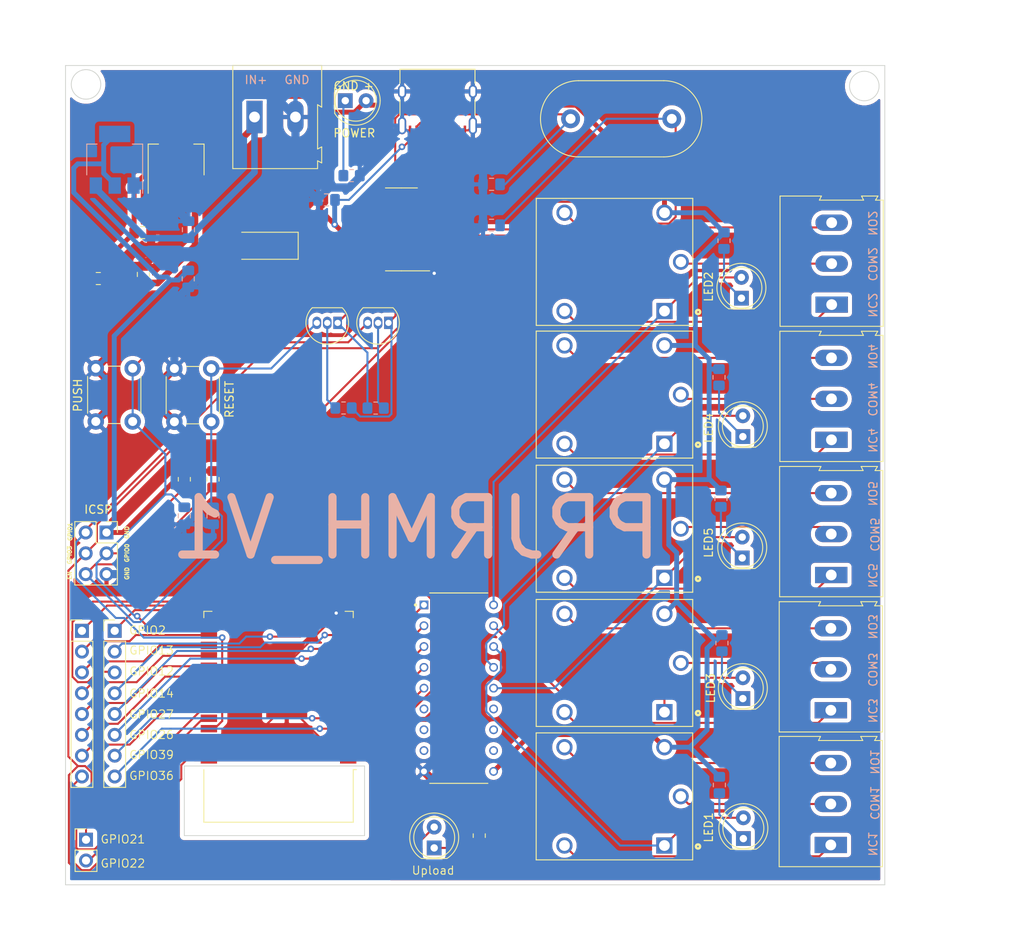
<source format=kicad_pcb>
(kicad_pcb (version 20171130) (host pcbnew "(5.1.10)-1")
  (layers (0 F.Cu signal) (31 B.Cu signal) (34 B.Paste user) (35 F.Paste user) (36 B.SilkS user) (37 F.SilkS user) (38 B.Mask user) (39 F.Mask user) (44 Edge.Cuts user))
  (net 0 "")
  (net 1 GND)
  (net 2 IN+)
  (net 3 vcc)
  (net 4 EN)
  (net 5 GPIO0)
  (net 6 3v3)
  (net 7 XO)
  (net 8 XI)
  (net 9 GPIO3)
  (net 10 "Net-(D1-Pad1)")
  (net 11 1)
  (net 12 "Net-(D2-Pad1)")
  (net 13 2)
  (net 14 "Net-(D3-Pad1)")
  (net 15 3)
  (net 16 "Net-(D4-Pad1)")
  (net 17 4)
  (net 18 "Net-(D5-Pad1)")
  (net 19 5)
  (net 20 "Net-(D6-Pad1)")
  (net 21 "Net-(D7-Pad1)")
  (net 22 GPIO1)
  (net 23 GPIO16)
  (net 24 GPIO15)
  (net 25 GPIO14)
  (net 26 GPIO13)
  (net 27 GPIO12)
  (net 28 GPIO5)
  (net 29 GPIO4)
  (net 30 GPIO2)
  (net 31 NO1)
  (net 32 com1)
  (net 33 NC1)
  (net 34 NO4)
  (net 35 com4)
  (net 36 NC4)
  (net 37 NO3)
  (net 38 com3)
  (net 39 NC3)
  (net 40 NO2)
  (net 41 com2)
  (net 42 NC2)
  (net 43 NO5)
  (net 44 com5)
  (net 45 NC5)
  (net 46 GPIO39)
  (net 47 GPIO36)
  (net 48 GPIO35)
  (net 49 GPIO34)
  (net 50 GPIO33)
  (net 51 GPIO18)
  (net 52 GPIO17)
  (net 53 GPIO22)
  (net 54 GPIO21)
  (net 55 "Net-(P1-PadA5)")
  (net 56 D+)
  (net 57 D-)
  (net 58 "Net-(P1-PadB5)")
  (net 59 DTR)
  (net 60 "Net-(Q1-Pad2)")
  (net 61 RTS)
  (net 62 "Net-(Q2-Pad2)")
  (net 63 "Net-(U1-Pad15)")
  (net 64 "Net-(U1-Pad12)")
  (net 65 "Net-(U1-Pad11)")
  (net 66 "Net-(U1-Pad10)")
  (net 67 "Net-(U1-Pad9)")
  (net 68 "Net-(U1-Pad4)")
  (net 69 "Net-(U4-Pad13)")
  (net 70 "Net-(U4-Pad12)")
  (net 71 "Net-(U4-Pad11)")
  (net 72 "Net-(U4-Pad8)")
  (net 73 "Net-(U4-Pad7)")
  (net 74 GPIO32)
  (net 75 GPIO23)
  (net 76 GPIO27)
  (net 77 GPIO25)
  (net 78 GPIO26)
  (net 79 GPIO19)
  (net 80 "Net-(U9-Pad32)")
  (net 81 "Net-(U9-Pad22)")
  (net 82 "Net-(U9-Pad21)")
  (net 83 "Net-(U9-Pad20)")
  (net 84 "Net-(U9-Pad19)")
  (net 85 "Net-(U9-Pad18)")
  (net 86 "Net-(U9-Pad17)")
  (net 87 "Net-(U4-Pad6)")
  (module Capacitor_SMD:C_0805_2012Metric_Pad1.18x1.45mm_HandSolder (layer B.Cu) (at 82.5 87.9625 90)
    (fp_text reference C4 hide)
    (fp_text value 0.1uf)
    (pad 2 smd roundrect (at 1.0375 0 90) (size 1.175 1.45) (layers B.Cu B.Paste B.Mask) (roundrect_rratio 0.2127659574468085) (net 5 GPIO0))
    (pad 1 smd roundrect (at -1.0375 0 90) (size 1.175 1.45) (layers B.Cu B.Paste B.Mask) (roundrect_rratio 0.2127659574468085) (net 1 GND))
  )
  (module RF_Module:ESP32-WROOM-32 (layer F.Cu) (at 94 109.5 180)
    (fp_text reference U9 hide)
    (fp_text value ESP32-WROOM-32)
    (pad 38 smd rect (at 8.5 -8.255 180) (size 2 0.9) (layers F.Cu F.Paste F.Mask) (net 1 GND))
    (pad 37 smd rect (at 8.5 -6.985 180) (size 2 0.9) (layers F.Cu F.Paste F.Mask) (net 75 GPIO23))
    (pad 36 smd rect (at 8.5 -5.715 180) (size 2 0.9) (layers F.Cu F.Paste F.Mask) (net 53 GPIO22))
    (pad 35 smd rect (at 8.5 -4.445 180) (size 2 0.9) (layers F.Cu F.Paste F.Mask) (net 22 GPIO1))
    (pad 34 smd rect (at 8.5 -3.175 180) (size 2 0.9) (layers F.Cu F.Paste F.Mask) (net 9 GPIO3))
    (pad 33 smd rect (at 8.5 -1.905 180) (size 2 0.9) (layers F.Cu F.Paste F.Mask) (net 54 GPIO21))
    (pad 32 smd rect (at 8.5 -0.635 180) (size 2 0.9) (layers F.Cu F.Paste F.Mask) (net 80 "Net-(U9-Pad32)"))
    (pad 31 smd rect (at 8.5 0.635 180) (size 2 0.9) (layers F.Cu F.Paste F.Mask) (net 79 GPIO19))
    (pad 30 smd rect (at 8.5 1.905 180) (size 2 0.9) (layers F.Cu F.Paste F.Mask) (net 51 GPIO18))
    (pad 29 smd rect (at 8.5 3.175 180) (size 2 0.9) (layers F.Cu F.Paste F.Mask) (net 28 GPIO5))
    (pad 28 smd rect (at 8.5 4.445 180) (size 2 0.9) (layers F.Cu F.Paste F.Mask) (net 52 GPIO17))
    (pad 27 smd rect (at 8.5 5.715 180) (size 2 0.9) (layers F.Cu F.Paste F.Mask) (net 23 GPIO16))
    (pad 26 smd rect (at 8.5 6.985 180) (size 2 0.9) (layers F.Cu F.Paste F.Mask) (net 29 GPIO4))
    (pad 25 smd rect (at 8.5 8.255 180) (size 2 0.9) (layers F.Cu F.Paste F.Mask) (net 5 GPIO0))
    (pad 24 smd rect (at 5.715 9.255 270) (size 2 0.9) (layers F.Cu F.Paste F.Mask) (net 30 GPIO2))
    (pad 23 smd rect (at 4.445 9.255 270) (size 2 0.9) (layers F.Cu F.Paste F.Mask) (net 24 GPIO15))
    (pad 22 smd rect (at 3.175 9.255 270) (size 2 0.9) (layers F.Cu F.Paste F.Mask) (net 81 "Net-(U9-Pad22)"))
    (pad 21 smd rect (at 1.905 9.255 270) (size 2 0.9) (layers F.Cu F.Paste F.Mask) (net 82 "Net-(U9-Pad21)"))
    (pad 20 smd rect (at 0.635 9.255 270) (size 2 0.9) (layers F.Cu F.Paste F.Mask) (net 83 "Net-(U9-Pad20)"))
    (pad 19 smd rect (at -0.635 9.255 270) (size 2 0.9) (layers F.Cu F.Paste F.Mask) (net 84 "Net-(U9-Pad19)"))
    (pad 18 smd rect (at -1.905 9.255 270) (size 2 0.9) (layers F.Cu F.Paste F.Mask) (net 85 "Net-(U9-Pad18)"))
    (pad 17 smd rect (at -3.175 9.255 270) (size 2 0.9) (layers F.Cu F.Paste F.Mask) (net 86 "Net-(U9-Pad17)"))
    (pad 16 smd rect (at -4.445 9.255 270) (size 2 0.9) (layers F.Cu F.Paste F.Mask) (net 26 GPIO13))
    (pad 15 smd rect (at -5.715 9.255 270) (size 2 0.9) (layers F.Cu F.Paste F.Mask) (net 1 GND))
    (pad 14 smd rect (at -8.5 8.255 180) (size 2 0.9) (layers F.Cu F.Paste F.Mask) (net 27 GPIO12))
    (pad 13 smd rect (at -8.5 6.985 180) (size 2 0.9) (layers F.Cu F.Paste F.Mask) (net 25 GPIO14))
    (pad 12 smd rect (at -8.5 5.715 180) (size 2 0.9) (layers F.Cu F.Paste F.Mask) (net 76 GPIO27))
    (pad 11 smd rect (at -8.5 4.445 180) (size 2 0.9) (layers F.Cu F.Paste F.Mask) (net 78 GPIO26))
    (pad 10 smd rect (at -8.5 3.175 180) (size 2 0.9) (layers F.Cu F.Paste F.Mask) (net 77 GPIO25))
    (pad 9 smd rect (at -8.5 1.905 180) (size 2 0.9) (layers F.Cu F.Paste F.Mask) (net 50 GPIO33))
    (pad 8 smd rect (at -8.5 0.635 180) (size 2 0.9) (layers F.Cu F.Paste F.Mask) (net 74 GPIO32))
    (pad 7 smd rect (at -8.5 -0.635 180) (size 2 0.9) (layers F.Cu F.Paste F.Mask) (net 48 GPIO35))
    (pad 6 smd rect (at -8.5 -1.905 180) (size 2 0.9) (layers F.Cu F.Paste F.Mask) (net 49 GPIO34))
    (pad 5 smd rect (at -8.5 -3.175 180) (size 2 0.9) (layers F.Cu F.Paste F.Mask) (net 46 GPIO39))
    (pad 4 smd rect (at -8.5 -4.445 180) (size 2 0.9) (layers F.Cu F.Paste F.Mask) (net 47 GPIO36))
    (pad 3 smd rect (at -8.5 -5.715 180) (size 2 0.9) (layers F.Cu F.Paste F.Mask) (net 4 EN))
    (pad 2 smd rect (at -8.5 -6.985 180) (size 2 0.9) (layers F.Cu F.Paste F.Mask) (net 6 3v3))
    (pad 1 smd rect (at -8.5 -8.255 180) (size 2 0.9) (layers F.Cu F.Paste F.Mask) (net 1 GND))
    (pad 39 smd rect (at -1 -0.755 180) (size 5 5) (layers F.Cu F.Paste F.Mask) (net 1 GND))
  )
  (module TerminalBlock:TerminalBlock_Altech_AK300-2_P5.00mm (layer F.Cu) (at 91.0656 39.2818)
    (fp_text reference J9 hide)
    (fp_text value Conn_01x02_Male)
    (pad 2 thru_hole oval (at 5 0) (size 1.98 3.96) (drill 1.32) (layers *.Cu *.Mask) (net 1 GND))
    (pad 1 thru_hole rect (at 0 0) (size 1.98 3.96) (drill 1.32) (layers *.Cu *.Mask) (net 2 IN+))
  )
  (module Crystal:Crystal_HC51-U_Vertical (layer F.Cu) (at 142 39.5 180)
    (fp_text reference Y1 hide)
    (fp_text value 12Mhz)
    (pad 2 thru_hole circle (at 12.35 0 180) (size 2.3 2.3) (drill 1.2) (layers *.Cu *.Mask) (net 7 XO))
    (pad 1 thru_hole circle (at 0 0 180) (size 2.3 2.3) (drill 1.2) (layers *.Cu *.Mask) (net 8 XI))
  )
  (module uln2803:DIP850W46P254L2324H393Q18 (layer F.Cu) (at 116 109)
    (fp_text reference U4 hide)
    (fp_text value ULN2803A)
    (pad 18 thru_hole circle (at 4.25 -10.16) (size 1.07 1.07) (drill 0.72) (layers *.Cu *.Mask) (net 11 1))
    (pad 17 thru_hole circle (at 4.25 -7.62) (size 1.07 1.07) (drill 0.72) (layers *.Cu *.Mask) (net 13 2))
    (pad 16 thru_hole circle (at 4.25 -5.08) (size 1.07 1.07) (drill 0.72) (layers *.Cu *.Mask) (net 15 3))
    (pad 15 thru_hole circle (at 4.25 -2.54) (size 1.07 1.07) (drill 0.72) (layers *.Cu *.Mask) (net 17 4))
    (pad 14 thru_hole circle (at 4.25 0) (size 1.07 1.07) (drill 0.72) (layers *.Cu *.Mask) (net 19 5))
    (pad 13 thru_hole circle (at 4.25 2.54) (size 1.07 1.07) (drill 0.72) (layers *.Cu *.Mask) (net 69 "Net-(U4-Pad13)"))
    (pad 12 thru_hole circle (at 4.25 5.08) (size 1.07 1.07) (drill 0.72) (layers *.Cu *.Mask) (net 70 "Net-(U4-Pad12)"))
    (pad 11 thru_hole circle (at 4.25 7.62) (size 1.07 1.07) (drill 0.72) (layers *.Cu *.Mask) (net 71 "Net-(U4-Pad11)"))
    (pad 10 thru_hole circle (at 4.25 10.16) (size 1.07 1.07) (drill 0.72) (layers *.Cu *.Mask) (net 3 vcc))
    (pad 9 thru_hole circle (at -4.25 10.16) (size 1.07 1.07) (drill 0.72) (layers *.Cu *.Mask) (net 1 GND))
    (pad 8 thru_hole circle (at -4.25 7.62) (size 1.07 1.07) (drill 0.72) (layers *.Cu *.Mask) (net 72 "Net-(U4-Pad8)"))
    (pad 7 thru_hole circle (at -4.25 5.08) (size 1.07 1.07) (drill 0.72) (layers *.Cu *.Mask) (net 73 "Net-(U4-Pad7)"))
    (pad 6 thru_hole circle (at -4.25 2.54) (size 1.07 1.07) (drill 0.72) (layers *.Cu *.Mask) (net 87 "Net-(U4-Pad6)"))
    (pad 5 thru_hole circle (at -4.25 0) (size 1.07 1.07) (drill 0.72) (layers *.Cu *.Mask) (net 49 GPIO34))
    (pad 4 thru_hole circle (at -4.25 -2.54) (size 1.07 1.07) (drill 0.72) (layers *.Cu *.Mask) (net 48 GPIO35))
    (pad 3 thru_hole circle (at -4.25 -5.08) (size 1.07 1.07) (drill 0.72) (layers *.Cu *.Mask) (net 74 GPIO32))
    (pad 2 thru_hole circle (at -4.25 -7.62) (size 1.07 1.07) (drill 0.72) (layers *.Cu *.Mask) (net 50 GPIO33))
    (pad 1 thru_hole rect (at -4.25 -10.16) (size 1.07 1.07) (drill 0.72) (layers *.Cu *.Mask) (net 77 GPIO25))
  )
  (module Package_TO_SOT_SMD:SOT-223-3_TabPin2 (layer F.Cu) (at 81.5 44.5 90)
    (fp_text reference U3 hide)
    (fp_text value AMS1117-5.0)
    (pad 1 smd rect (at -3.15 -2.3 90) (size 2 1.5) (layers F.Cu F.Paste F.Mask) (net 1 GND))
    (pad 3 smd rect (at -3.15 2.3 90) (size 2 1.5) (layers F.Cu F.Paste F.Mask) (net 2 IN+))
    (pad 2 smd rect (at -3.15 0 90) (size 2 1.5) (layers F.Cu F.Paste F.Mask) (net 3 vcc))
    (pad 2 smd rect (at 3.15 0 90) (size 2 3.8) (layers F.Cu F.Paste F.Mask) (net 3 vcc))
  )
  (module Package_TO_SOT_SMD:SOT-223-3_TabPin2 (layer B.Cu) (at 74 44.5 90)
    (fp_text reference U2 hide)
    (fp_text value AMS1117-3.3)
    (pad 1 smd rect (at -3.15 2.3 90) (size 2 1.5) (layers B.Cu B.Paste B.Mask) (net 1 GND))
    (pad 3 smd rect (at -3.15 -2.3 90) (size 2 1.5) (layers B.Cu B.Paste B.Mask) (net 2 IN+))
    (pad 2 smd rect (at -3.15 0 90) (size 2 1.5) (layers B.Cu B.Paste B.Mask) (net 6 3v3))
    (pad 2 smd rect (at 3.15 0 90) (size 2 3.8) (layers B.Cu B.Paste B.Mask) (net 6 3v3))
  )
  (module Package_SO:SOIC-16_3.9x9.9mm_P1.27mm (layer F.Cu) (at 109 53 180)
    (fp_text reference U1 hide)
    (fp_text value CH340G)
    (pad 16 smd roundrect (at 2.475 -4.445 180) (size 1.95 0.6) (layers F.Cu F.Paste F.Mask) (net 3 vcc))
    (pad 15 smd roundrect (at 2.475 -3.175 180) (size 1.95 0.6) (layers F.Cu F.Paste F.Mask) (net 63 "Net-(U1-Pad15)"))
    (pad 14 smd roundrect (at 2.475 -1.905 180) (size 1.95 0.6) (layers F.Cu F.Paste F.Mask) (net 61 RTS))
    (pad 13 smd roundrect (at 2.475 -0.635 180) (size 1.95 0.6) (layers F.Cu F.Paste F.Mask) (net 59 DTR))
    (pad 12 smd roundrect (at 2.475 0.635 180) (size 1.95 0.6) (layers F.Cu F.Paste F.Mask) (net 64 "Net-(U1-Pad12)"))
    (pad 11 smd roundrect (at 2.475 1.905 180) (size 1.95 0.6) (layers F.Cu F.Paste F.Mask) (net 65 "Net-(U1-Pad11)"))
    (pad 10 smd roundrect (at 2.475 3.175 180) (size 1.95 0.6) (layers F.Cu F.Paste F.Mask) (net 66 "Net-(U1-Pad10)"))
    (pad 9 smd roundrect (at 2.475 4.445 180) (size 1.95 0.6) (layers F.Cu F.Paste F.Mask) (net 67 "Net-(U1-Pad9)"))
    (pad 8 smd roundrect (at -2.475 4.445 180) (size 1.95 0.6) (layers F.Cu F.Paste F.Mask) (net 7 XO))
    (pad 7 smd roundrect (at -2.475 3.175 180) (size 1.95 0.6) (layers F.Cu F.Paste F.Mask) (net 8 XI))
    (pad 6 smd roundrect (at -2.475 1.905 180) (size 1.95 0.6) (layers F.Cu F.Paste F.Mask) (net 57 D-))
    (pad 5 smd roundrect (at -2.475 0.635 180) (size 1.95 0.6) (layers F.Cu F.Paste F.Mask) (net 56 D+))
    (pad 4 smd roundrect (at -2.475 -0.635 180) (size 1.95 0.6) (layers F.Cu F.Paste F.Mask) (net 68 "Net-(U1-Pad4)"))
    (pad 3 smd roundrect (at -2.475 -1.905 180) (size 1.95 0.6) (layers F.Cu F.Paste F.Mask) (net 22 GPIO1))
    (pad 2 smd roundrect (at -2.475 -3.175 180) (size 1.95 0.6) (layers F.Cu F.Paste F.Mask) (net 9 GPIO3))
    (pad 1 smd roundrect (at -2.475 -4.445 180) (size 1.95 0.6) (layers F.Cu F.Paste F.Mask) (net 1 GND))
  )
  (module Button_Switch_THT:SW_PUSH_6mm (layer F.Cu) (at 76.1939 69.9494 270)
    (fp_text reference SW1 hide)
    (fp_text value SW_Push)
    (pad 1 thru_hole circle (at 6.5 0) (size 2 2) (drill 1.1) (layers *.Cu *.Mask) (net 5 GPIO0))
    (pad 2 thru_hole circle (at 6.5 4.5) (size 2 2) (drill 1.1) (layers *.Cu *.Mask) (net 1 GND))
    (pad 1 thru_hole circle (at 0 0) (size 2 2) (drill 1.1) (layers *.Cu *.Mask) (net 5 GPIO0))
    (pad 2 thru_hole circle (at 0 4.5) (size 2 2) (drill 1.1) (layers *.Cu *.Mask) (net 1 GND))
  )
  (module Button_Switch_THT:SW_PUSH_6mm (layer F.Cu) (at 85.7849 69.9824 270)
    (fp_text reference reset1 hide)
    (fp_text value SW_Push)
    (pad 1 thru_hole circle (at 6.5 0) (size 2 2) (drill 1.1) (layers *.Cu *.Mask) (net 4 EN))
    (pad 2 thru_hole circle (at 6.5 4.5) (size 2 2) (drill 1.1) (layers *.Cu *.Mask) (net 1 GND))
    (pad 1 thru_hole circle (at 0 0) (size 2 2) (drill 1.1) (layers *.Cu *.Mask) (net 4 EN))
    (pad 2 thru_hole circle (at 0 4.5) (size 2 2) (drill 1.1) (layers *.Cu *.Mask) (net 1 GND))
  )
  (module Resistor_SMD:R_0805_2012Metric_Pad1.20x1.40mm_HandSolder (layer B.Cu) (at 101.933 74.8011)
    (fp_text reference R2'1 hide)
    (fp_text value 10k)
    (pad 2 smd roundrect (at 1 0) (size 1.2 1.4) (layers B.Cu B.Paste B.Mask) (roundrect_rratio 0.2083325) (net 59 DTR))
    (pad 1 smd roundrect (at -1 0) (size 1.2 1.4) (layers B.Cu B.Paste B.Mask) (roundrect_rratio 0.2083325) (net 62 "Net-(Q2-Pad2)"))
  )
  (module Resistor_SMD:R_0805_2012Metric_Pad1.20x1.40mm_HandSolder (layer B.Cu) (at 105.852 74.8141 180)
    (fp_text reference R1'1 hide)
    (fp_text value 10k)
    (pad 2 smd roundrect (at 1 0 180) (size 1.2 1.4) (layers B.Cu B.Paste B.Mask) (roundrect_rratio 0.2083325) (net 61 RTS))
    (pad 1 smd roundrect (at -1 0 180) (size 1.2 1.4) (layers B.Cu B.Paste B.Mask) (roundrect_rratio 0.2083325) (net 60 "Net-(Q1-Pad2)"))
  )
  (module Resistor_SMD:R_0805_2012Metric_Pad1.20x1.40mm_HandSolder (layer B.Cu) (at 147.997 85.874 90)
    (fp_text reference R9 hide)
    (fp_text value 10k)
    (pad 2 smd roundrect (at 1 0 90) (size 1.2 1.4) (layers B.Cu B.Paste B.Mask) (roundrect_rratio 0.2083325) (net 3 vcc))
    (pad 1 smd roundrect (at -1 0 90) (size 1.2 1.4) (layers B.Cu B.Paste B.Mask) (roundrect_rratio 0.2083325) (net 20 "Net-(D6-Pad1)"))
  )
  (module Resistor_SMD:R_0805_2012Metric_Pad1.20x1.40mm_HandSolder (layer B.Cu) (at 147.767 71.0549 90)
    (fp_text reference R8 hide)
    (fp_text value 10k)
    (pad 2 smd roundrect (at 1 0 90) (size 1.2 1.4) (layers B.Cu B.Paste B.Mask) (roundrect_rratio 0.2083325) (net 3 vcc))
    (pad 1 smd roundrect (at -1 0 90) (size 1.2 1.4) (layers B.Cu B.Paste B.Mask) (roundrect_rratio 0.2083325) (net 18 "Net-(D5-Pad1)"))
  )
  (module Resistor_SMD:R_0805_2012Metric_Pad1.20x1.40mm_HandSolder (layer B.Cu) (at 147.808 120.819 90)
    (fp_text reference R7 hide)
    (fp_text value 10k)
    (pad 2 smd roundrect (at 1 0 90) (size 1.2 1.4) (layers B.Cu B.Paste B.Mask) (roundrect_rratio 0.2083325) (net 3 vcc))
    (pad 1 smd roundrect (at -1 0 90) (size 1.2 1.4) (layers B.Cu B.Paste B.Mask) (roundrect_rratio 0.2083325) (net 16 "Net-(D4-Pad1)"))
  )
  (module Resistor_SMD:R_0805_2012Metric_Pad1.20x1.40mm_HandSolder (layer B.Cu) (at 148.377 54.3823 90)
    (fp_text reference R6 hide)
    (fp_text value 10k)
    (pad 2 smd roundrect (at 1 0 90) (size 1.2 1.4) (layers B.Cu B.Paste B.Mask) (roundrect_rratio 0.2083325) (net 3 vcc))
    (pad 1 smd roundrect (at -1 0 90) (size 1.2 1.4) (layers B.Cu B.Paste B.Mask) (roundrect_rratio 0.2083325) (net 12 "Net-(D2-Pad1)"))
  )
  (module Resistor_SMD:R_0805_2012Metric_Pad1.20x1.40mm_HandSolder (layer B.Cu) (at 148.122 103.499 90)
    (fp_text reference R5 hide)
    (fp_text value 10k)
    (pad 2 smd roundrect (at 1 0 90) (size 1.2 1.4) (layers B.Cu B.Paste B.Mask) (roundrect_rratio 0.2083325) (net 3 vcc))
    (pad 1 smd roundrect (at -1 0 90) (size 1.2 1.4) (layers B.Cu B.Paste B.Mask) (roundrect_rratio 0.2083325) (net 14 "Net-(D3-Pad1)"))
  )
  (module Resistor_SMD:R_0805_2012Metric_Pad1.20x1.40mm_HandSolder (layer F.Cu) (at 82.5 83.5 270)
    (fp_text reference R4 hide)
    (fp_text value 10k)
    (pad 2 smd roundrect (at 1 0 270) (size 1.2 1.4) (layers F.Cu F.Paste F.Mask) (roundrect_rratio 0.2083325) (net 5 GPIO0))
    (pad 1 smd roundrect (at -1 0 270) (size 1.2 1.4) (layers F.Cu F.Paste F.Mask) (roundrect_rratio 0.2083325) (net 6 3v3))
  )
  (module Resistor_SMD:R_0805_2012Metric_Pad1.20x1.40mm_HandSolder (layer F.Cu) (at 86 83.5 270)
    (fp_text reference R3 hide)
    (fp_text value 10k)
    (pad 2 smd roundrect (at 1 0 270) (size 1.2 1.4) (layers F.Cu F.Paste F.Mask) (roundrect_rratio 0.2083325) (net 4 EN))
    (pad 1 smd roundrect (at -1 0 270) (size 1.2 1.4) (layers F.Cu F.Paste F.Mask) (roundrect_rratio 0.2083325) (net 6 3v3))
  )
  (module Resistor_SMD:R_0805_2012Metric_Pad1.20x1.40mm_HandSolder (layer F.Cu) (at 118.5 127 90)
    (fp_text reference R2 hide)
    (fp_text value 10k)
    (pad 2 smd roundrect (at 1 0 90) (size 1.2 1.4) (layers F.Cu F.Paste F.Mask) (roundrect_rratio 0.2083325) (net 1 GND))
    (pad 1 smd roundrect (at -1 0 90) (size 1.2 1.4) (layers F.Cu F.Paste F.Mask) (roundrect_rratio 0.2083325) (net 10 "Net-(D1-Pad1)"))
  )
  (module Resistor_SMD:R_0805_2012Metric_Pad1.20x1.40mm_HandSolder (layer B.Cu) (at 102.916 46.4376)
    (fp_text reference R1 hide)
    (fp_text value 10k)
    (pad 2 smd roundrect (at 1 0) (size 1.2 1.4) (layers B.Cu B.Paste B.Mask) (roundrect_rratio 0.2083325) (net 1 GND))
    (pad 1 smd roundrect (at -1 0) (size 1.2 1.4) (layers B.Cu B.Paste B.Mask) (roundrect_rratio 0.2083325) (net 21 "Net-(D7-Pad1)"))
  )
  (module Package_TO_SOT_THT:TO-92_Inline (layer F.Cu) (at 101.215 64.4128 180)
    (fp_text reference Q2 hide)
    (fp_text value S8050)
    (pad 1 thru_hole rect (at 0 0 180) (size 1.05 1.5) (drill 0.75) (layers *.Cu *.Mask) (net 61 RTS))
    (pad 3 thru_hole oval (at 2.54 0 180) (size 1.05 1.5) (drill 0.75) (layers *.Cu *.Mask) (net 4 EN))
    (pad 2 thru_hole oval (at 1.27 0 180) (size 1.05 1.5) (drill 0.75) (layers *.Cu *.Mask) (net 62 "Net-(Q2-Pad2)"))
  )
  (module Package_TO_SOT_THT:TO-92_Inline (layer F.Cu) (at 107.418 64.4128 180)
    (fp_text reference Q1 hide)
    (fp_text value S8050)
    (pad 1 thru_hole rect (at 0 0 180) (size 1.05 1.5) (drill 0.75) (layers *.Cu *.Mask) (net 59 DTR))
    (pad 3 thru_hole oval (at 2.54 0 180) (size 1.05 1.5) (drill 0.75) (layers *.Cu *.Mask) (net 5 GPIO0))
    (pad 2 thru_hole oval (at 1.27 0 180) (size 1.05 1.5) (drill 0.75) (layers *.Cu *.Mask) (net 60 "Net-(Q1-Pad2)"))
  )
  (module Connector_USB:USB_C_Receptacle_XKB_U262-16XN-4BVC11 (layer F.Cu) (at 113.399 37.2367 180)
    (fp_text reference P1 hide)
    (fp_text value USB_C_Plug_USB2.0)
    (pad A12 smd rect (at 3.35 -3.67 180) (size 0.3 1.15) (layers F.Cu F.Paste F.Mask) (net 1 GND))
    (pad A9 smd rect (at 2.55 -3.67 180) (size 0.3 1.15) (layers F.Cu F.Paste F.Mask) (net 3 vcc))
    (pad A1 smd rect (at -3.35 -3.67 180) (size 0.3 1.15) (layers F.Cu F.Paste F.Mask) (net 1 GND))
    (pad A4 smd rect (at -2.55 -3.67 180) (size 0.3 1.15) (layers F.Cu F.Paste F.Mask) (net 3 vcc))
    (pad B8 smd rect (at -1.75 -3.67 180) (size 0.3 1.15) (layers F.Cu F.Paste F.Mask))
    (pad A5 smd rect (at -1.25 -3.67 180) (size 0.3 1.15) (layers F.Cu F.Paste F.Mask) (net 55 "Net-(P1-PadA5)"))
    (pad B7 smd rect (at -0.75 -3.67 180) (size 0.3 1.15) (layers F.Cu F.Paste F.Mask))
    (pad A6 smd rect (at -0.25 -3.67 180) (size 0.3 1.15) (layers F.Cu F.Paste F.Mask) (net 56 D+))
    (pad A7 smd rect (at 0.25 -3.67 180) (size 0.3 1.15) (layers F.Cu F.Paste F.Mask) (net 57 D-))
    (pad B6 smd rect (at 0.75 -3.67 180) (size 0.3 1.15) (layers F.Cu F.Paste F.Mask))
    (pad A8 smd rect (at 1.25 -3.67 180) (size 0.3 1.15) (layers F.Cu F.Paste F.Mask))
    (pad B5 smd rect (at 1.75 -3.67 180) (size 0.3 1.15) (layers F.Cu F.Paste F.Mask) (net 58 "Net-(P1-PadB5)"))
    (pad "" np_thru_hole circle (at -2.89 -2.605 180) (size 0.65 0.65) (drill 0.65) (layers *.Cu *.Mask))
    (pad "" np_thru_hole circle (at 2.89 -2.605 180) (size 0.65 0.65) (drill 0.65) (layers *.Cu *.Mask))
    (pad S1 thru_hole oval (at 4.32 1.075 180) (size 1 1.6) (drill oval 0.6 1.2) (layers *.Cu *.Mask) (net 1 GND))
    (pad S1 thru_hole oval (at -4.32 1.075 180) (size 1 1.6) (drill oval 0.6 1.2) (layers *.Cu *.Mask) (net 1 GND))
    (pad S1 thru_hole oval (at 4.32 -3.105 180) (size 1 2.1) (drill oval 0.6 1.7) (layers *.Cu *.Mask) (net 1 GND))
    (pad S1 thru_hole oval (at -4.32 -3.105 180) (size 1 2.1) (drill oval 0.6 1.7) (layers *.Cu *.Mask) (net 1 GND))
  )
  (module relay:RELAY_SRD-05VDC-SL-C (layer F.Cu) (at 135.004 73.1671 180)
    (fp_text reference K5 hide)
    (fp_text value Relay)
    (pad NC thru_hole circle (at 6.1 -6 180) (size 1.98 1.98) (drill 1.32) (layers *.Cu *.Mask) (net 36 NC4))
    (pad NO thru_hole circle (at 6.1 6 180) (size 1.98 1.98) (drill 1.32) (layers *.Cu *.Mask) (net 34 NO4))
    (pad A2 thru_hole circle (at -6.1 6 180) (size 1.98 1.98) (drill 1.32) (layers *.Cu *.Mask) (net 3 vcc))
    (pad COM thru_hole circle (at -8.1 0 180) (size 1.935 1.935) (drill 1.29) (layers *.Cu *.Mask) (net 35 com4))
    (pad A1 thru_hole rect (at -6.1 -6 180) (size 1.98 1.98) (drill 1.32) (layers *.Cu *.Mask) (net 17 4))
  )
  (module relay:RELAY_SRD-05VDC-SL-C (layer F.Cu) (at 135.004 89.5399 180)
    (fp_text reference K4 hide)
    (fp_text value Relay)
    (pad NC thru_hole circle (at 6.1 -6 180) (size 1.98 1.98) (drill 1.32) (layers *.Cu *.Mask) (net 45 NC5))
    (pad NO thru_hole circle (at 6.1 6 180) (size 1.98 1.98) (drill 1.32) (layers *.Cu *.Mask) (net 43 NO5))
    (pad A2 thru_hole circle (at -6.1 6 180) (size 1.98 1.98) (drill 1.32) (layers *.Cu *.Mask) (net 3 vcc))
    (pad COM thru_hole circle (at -8.1 0 180) (size 1.935 1.935) (drill 1.29) (layers *.Cu *.Mask) (net 44 com5))
    (pad A1 thru_hole rect (at -6.1 -6 180) (size 1.98 1.98) (drill 1.32) (layers *.Cu *.Mask) (net 19 5))
  )
  (module relay:RELAY_SRD-05VDC-SL-C (layer F.Cu) (at 135.011 56.9663 180)
    (fp_text reference K3 hide)
    (fp_text value Relay)
    (pad NC thru_hole circle (at 6.1 -6 180) (size 1.98 1.98) (drill 1.32) (layers *.Cu *.Mask) (net 42 NC2))
    (pad NO thru_hole circle (at 6.1 6 180) (size 1.98 1.98) (drill 1.32) (layers *.Cu *.Mask) (net 40 NO2))
    (pad A2 thru_hole circle (at -6.1 6 180) (size 1.98 1.98) (drill 1.32) (layers *.Cu *.Mask) (net 3 vcc))
    (pad COM thru_hole circle (at -8.1 0 180) (size 1.935 1.935) (drill 1.29) (layers *.Cu *.Mask) (net 41 com2))
    (pad A1 thru_hole rect (at -6.1 -6 180) (size 1.98 1.98) (drill 1.32) (layers *.Cu *.Mask) (net 11 1))
  )
  (module relay:RELAY_SRD-05VDC-SL-C (layer F.Cu) (at 135.004 105.923 180)
    (fp_text reference K2 hide)
    (fp_text value Relay)
    (pad NC thru_hole circle (at 6.1 -6 180) (size 1.98 1.98) (drill 1.32) (layers *.Cu *.Mask) (net 39 NC3))
    (pad NO thru_hole circle (at 6.1 6 180) (size 1.98 1.98) (drill 1.32) (layers *.Cu *.Mask) (net 37 NO3))
    (pad A2 thru_hole circle (at -6.1 6 180) (size 1.98 1.98) (drill 1.32) (layers *.Cu *.Mask) (net 3 vcc))
    (pad COM thru_hole circle (at -8.1 0 180) (size 1.935 1.935) (drill 1.29) (layers *.Cu *.Mask) (net 38 com3))
    (pad A1 thru_hole rect (at -6.1 -6 180) (size 1.98 1.98) (drill 1.32) (layers *.Cu *.Mask) (net 13 2))
  )
  (module relay:RELAY_SRD-05VDC-SL-C (layer F.Cu) (at 134.999 122.207 180)
    (fp_text reference K1 hide)
    (fp_text value Relay)
    (pad NC thru_hole circle (at 6.1 -6 180) (size 1.98 1.98) (drill 1.32) (layers *.Cu *.Mask) (net 33 NC1))
    (pad NO thru_hole circle (at 6.1 6 180) (size 1.98 1.98) (drill 1.32) (layers *.Cu *.Mask) (net 31 NO1))
    (pad A2 thru_hole circle (at -6.1 6 180) (size 1.98 1.98) (drill 1.32) (layers *.Cu *.Mask) (net 3 vcc))
    (pad COM thru_hole circle (at -8.1 0 180) (size 1.935 1.935) (drill 1.29) (layers *.Cu *.Mask) (net 32 com1))
    (pad A1 thru_hole rect (at -6.1 -6 180) (size 1.98 1.98) (drill 1.32) (layers *.Cu *.Mask) (net 15 3))
  )
  (module Connector_PinHeader_2.54mm:PinHeader_1x02_P2.54mm_Vertical (layer F.Cu) (at 70.5 127.5)
    (fp_text reference Ji2c1 hide)
    (fp_text value Conn_01x02_Male)
    (pad 2 thru_hole oval (at 0 2.54) (size 1.7 1.7) (drill 1) (layers *.Cu *.Mask) (net 53 GPIO22))
    (pad 1 thru_hole rect (at 0 0) (size 1.7 1.7) (drill 1) (layers *.Cu *.Mask) (net 54 GPIO21))
  )
  (module Connector_PinHeader_2.54mm:PinHeader_1x08_P2.54mm_Vertical (layer F.Cu) (at 74 102)
    (fp_text reference J8 hide)
    (fp_text value Conn_01x08_Male)
    (pad 8 thru_hole oval (at 0 17.78) (size 1.7 1.7) (drill 1) (layers *.Cu *.Mask) (net 47 GPIO36))
    (pad 7 thru_hole oval (at 0 15.24) (size 1.7 1.7) (drill 1) (layers *.Cu *.Mask) (net 46 GPIO39))
    (pad 6 thru_hole oval (at 0 12.7) (size 1.7 1.7) (drill 1) (layers *.Cu *.Mask) (net 78 GPIO26))
    (pad 5 thru_hole oval (at 0 10.16) (size 1.7 1.7) (drill 1) (layers *.Cu *.Mask) (net 76 GPIO27))
    (pad 4 thru_hole oval (at 0 7.62) (size 1.7 1.7) (drill 1) (layers *.Cu *.Mask) (net 25 GPIO14))
    (pad 3 thru_hole oval (at 0 5.08) (size 1.7 1.7) (drill 1) (layers *.Cu *.Mask) (net 27 GPIO12))
    (pad 2 thru_hole oval (at 0 2.54) (size 1.7 1.7) (drill 1) (layers *.Cu *.Mask) (net 26 GPIO13))
    (pad 1 thru_hole rect (at 0 0) (size 1.7 1.7) (drill 1) (layers *.Cu *.Mask) (net 30 GPIO2))
  )
  (module TerminalBlock:TerminalBlock_Altech_AK300-3_P5.00mm (layer F.Cu) (at 161.462 95.1892 90)
    (fp_text reference J7 hide)
    (fp_text value Conn_01x03_Male)
    (pad 3 thru_hole oval (at 10 0 90) (size 1.98 3.96) (drill 1.32) (layers *.Cu *.Mask) (net 43 NO5))
    (pad 2 thru_hole oval (at 5 0 90) (size 1.98 3.96) (drill 1.32) (layers *.Cu *.Mask) (net 44 com5))
    (pad 1 thru_hole rect (at 0 0 90) (size 1.98 3.96) (drill 1.32) (layers *.Cu *.Mask) (net 45 NC5))
  )
  (module TerminalBlock:TerminalBlock_Altech_AK300-3_P5.00mm (layer F.Cu) (at 161.516 62.1812 90)
    (fp_text reference J6 hide)
    (fp_text value Conn_01x03_Male)
    (pad 3 thru_hole oval (at 10 0 90) (size 1.98 3.96) (drill 1.32) (layers *.Cu *.Mask) (net 40 NO2))
    (pad 2 thru_hole oval (at 5 0 90) (size 1.98 3.96) (drill 1.32) (layers *.Cu *.Mask) (net 41 com2))
    (pad 1 thru_hole rect (at 0 0 90) (size 1.98 3.96) (drill 1.32) (layers *.Cu *.Mask) (net 42 NC2))
  )
  (module TerminalBlock:TerminalBlock_Altech_AK300-3_P5.00mm (layer F.Cu) (at 161.417 111.696 90)
    (fp_text reference J5 hide)
    (fp_text value Conn_01x03_Male)
    (pad 3 thru_hole oval (at 10 0 90) (size 1.98 3.96) (drill 1.32) (layers *.Cu *.Mask) (net 37 NO3))
    (pad 2 thru_hole oval (at 5 0 90) (size 1.98 3.96) (drill 1.32) (layers *.Cu *.Mask) (net 38 com3))
    (pad 1 thru_hole rect (at 0 0 90) (size 1.98 3.96) (drill 1.32) (layers *.Cu *.Mask) (net 39 NC3))
  )
  (module TerminalBlock:TerminalBlock_Altech_AK300-3_P5.00mm (layer F.Cu) (at 161.492 78.6868 90)
    (fp_text reference J4 hide)
    (fp_text value Conn_01x03_Male)
    (pad 3 thru_hole oval (at 10 0 90) (size 1.98 3.96) (drill 1.32) (layers *.Cu *.Mask) (net 34 NO4))
    (pad 2 thru_hole oval (at 5 0 90) (size 1.98 3.96) (drill 1.32) (layers *.Cu *.Mask) (net 35 com4))
    (pad 1 thru_hole rect (at 0 0 90) (size 1.98 3.96) (drill 1.32) (layers *.Cu *.Mask) (net 36 NC4))
  )
  (module TerminalBlock:TerminalBlock_Altech_AK300-3_P5.00mm (layer F.Cu) (at 161.41 128.14 90)
    (fp_text reference J3 hide)
    (fp_text value Conn_01x03_Male)
    (pad 3 thru_hole oval (at 10 0 90) (size 1.98 3.96) (drill 1.32) (layers *.Cu *.Mask) (net 31 NO1))
    (pad 2 thru_hole oval (at 5 0 90) (size 1.98 3.96) (drill 1.32) (layers *.Cu *.Mask) (net 32 com1))
    (pad 1 thru_hole rect (at 0 0 90) (size 1.98 3.96) (drill 1.32) (layers *.Cu *.Mask) (net 33 NC1))
  )
  (module Connector_PinHeader_2.54mm:PinHeader_1x08_P2.54mm_Vertical (layer F.Cu) (at 70 102)
    (fp_text reference J2 hide)
    (fp_text value Conn_01x08_Male)
    (pad 8 thru_hole oval (at 0 17.78) (size 1.7 1.7) (drill 1) (layers *.Cu *.Mask) (net 75 GPIO23))
    (pad 7 thru_hole oval (at 0 15.24) (size 1.7 1.7) (drill 1) (layers *.Cu *.Mask) (net 79 GPIO19))
    (pad 6 thru_hole oval (at 0 12.7) (size 1.7 1.7) (drill 1) (layers *.Cu *.Mask) (net 51 GPIO18))
    (pad 5 thru_hole oval (at 0 10.16) (size 1.7 1.7) (drill 1) (layers *.Cu *.Mask) (net 28 GPIO5))
    (pad 4 thru_hole oval (at 0 7.62) (size 1.7 1.7) (drill 1) (layers *.Cu *.Mask) (net 52 GPIO17))
    (pad 3 thru_hole oval (at 0 5.08) (size 1.7 1.7) (drill 1) (layers *.Cu *.Mask) (net 23 GPIO16))
    (pad 2 thru_hole oval (at 0 2.54) (size 1.7 1.7) (drill 1) (layers *.Cu *.Mask) (net 29 GPIO4))
    (pad 1 thru_hole rect (at 0 0) (size 1.7 1.7) (drill 1) (layers *.Cu *.Mask) (net 24 GPIO15))
  )
  (module Connector_PinSocket_2.54mm:PinSocket_2x03_P2.54mm_Vertical (layer F.Cu) (at 73 90)
    (fp_text reference J1 hide)
    (fp_text value Conn_01x06_Male)
    (pad 6 thru_hole oval (at -2.54 5.08) (size 1.7 1.7) (drill 1) (layers *.Cu *.Mask) (net 4 EN))
    (pad 5 thru_hole oval (at 0 5.08) (size 1.7 1.7) (drill 1) (layers *.Cu *.Mask) (net 1 GND))
    (pad 4 thru_hole oval (at -2.54 2.54) (size 1.7 1.7) (drill 1) (layers *.Cu *.Mask) (net 9 GPIO3))
    (pad 3 thru_hole oval (at 0 2.54) (size 1.7 1.7) (drill 1) (layers *.Cu *.Mask) (net 5 GPIO0))
    (pad 2 thru_hole oval (at -2.54 0) (size 1.7 1.7) (drill 1) (layers *.Cu *.Mask) (net 22 GPIO1))
    (pad 1 thru_hole rect (at 0 0) (size 1.7 1.7) (drill 1) (layers *.Cu *.Mask) (net 6 3v3))
  )
  (module Diode_SMD:D_SMA_Handsoldering (layer F.Cu) (at 92 55 180)
    (fp_text reference D8 hide)
    (fp_text value DIODE)
    (pad 2 smd rect (at 2.5 0 180) (size 3.5 1.8) (layers F.Cu F.Paste F.Mask) (net 2 IN+))
    (pad 1 smd rect (at -2.5 0 180) (size 3.5 1.8) (layers F.Cu F.Paste F.Mask) (net 3 vcc))
  )
  (module LED_THT:LED_D5.0mm (layer F.Cu) (at 102.146 37.2904)
    (fp_text reference D7 hide)
    (fp_text value LED)
    (pad 2 thru_hole circle (at 2.54 0) (size 1.8 1.8) (drill 0.9) (layers *.Cu *.Mask) (net 3 vcc))
    (pad 1 thru_hole rect (at 0 0) (size 1.8 1.8) (drill 0.9) (layers *.Cu *.Mask) (net 21 "Net-(D7-Pad1)"))
  )
  (module LED_THT:LED_D5.0mm (layer F.Cu) (at 150.599 93.1057 90)
    (fp_text reference D6 hide)
    (fp_text value LED)
    (pad 2 thru_hole circle (at 2.54 0 90) (size 1.8 1.8) (drill 0.9) (layers *.Cu *.Mask) (net 19 5))
    (pad 1 thru_hole rect (at 0 0 90) (size 1.8 1.8) (drill 0.9) (layers *.Cu *.Mask) (net 20 "Net-(D6-Pad1)"))
  )
  (module LED_THT:LED_D5.0mm (layer F.Cu) (at 150.673 78.2949 90)
    (fp_text reference D5 hide)
    (fp_text value LED)
    (pad 2 thru_hole circle (at 2.54 0 90) (size 1.8 1.8) (drill 0.9) (layers *.Cu *.Mask) (net 17 4))
    (pad 1 thru_hole rect (at 0 0 90) (size 1.8 1.8) (drill 0.9) (layers *.Cu *.Mask) (net 18 "Net-(D5-Pad1)"))
  )
  (module LED_THT:LED_D5.0mm (layer F.Cu) (at 150.737 127.363 90)
    (fp_text reference D4 hide)
    (fp_text value LED)
    (pad 2 thru_hole circle (at 2.54 0 90) (size 1.8 1.8) (drill 0.9) (layers *.Cu *.Mask) (net 15 3))
    (pad 1 thru_hole rect (at 0 0 90) (size 1.8 1.8) (drill 0.9) (layers *.Cu *.Mask) (net 16 "Net-(D4-Pad1)"))
  )
  (module LED_THT:LED_D5.0mm (layer F.Cu) (at 150.673 110.271 90)
    (fp_text reference D3 hide)
    (fp_text value LED)
    (pad 2 thru_hole circle (at 2.54 0 90) (size 1.8 1.8) (drill 0.9) (layers *.Cu *.Mask) (net 13 2))
    (pad 1 thru_hole rect (at 0 0 90) (size 1.8 1.8) (drill 0.9) (layers *.Cu *.Mask) (net 14 "Net-(D3-Pad1)"))
  )
  (module LED_THT:LED_D5.0mm (layer F.Cu) (at 150.5 61.4014 90)
    (fp_text reference D2 hide)
    (fp_text value LED)
    (pad 2 thru_hole circle (at 2.54 0 90) (size 1.8 1.8) (drill 0.9) (layers *.Cu *.Mask) (net 11 1))
    (pad 1 thru_hole rect (at 0 0 90) (size 1.8 1.8) (drill 0.9) (layers *.Cu *.Mask) (net 12 "Net-(D2-Pad1)"))
  )
  (module LED_THT:LED_D5.0mm (layer F.Cu) (at 113 128.5 90)
    (fp_text reference D1 hide)
    (fp_text value LED)
    (pad 2 thru_hole circle (at 2.54 0 90) (size 1.8 1.8) (drill 0.9) (layers *.Cu *.Mask) (net 9 GPIO3))
    (pad 1 thru_hole rect (at 0 0 90) (size 1.8 1.8) (drill 0.9) (layers *.Cu *.Mask) (net 10 "Net-(D1-Pad1)"))
  )
  (module Capacitor_SMD:C_0805_2012Metric_Pad1.18x1.45mm_HandSolder (layer F.Cu) (at 72 59 180)
    (fp_text reference C10 hide)
    (fp_text value 100nf)
    (pad 2 smd roundrect (at 1.0375 0 180) (size 1.175 1.45) (layers F.Cu F.Paste F.Mask) (roundrect_rratio 0.2127659574468085) (net 3 vcc))
    (pad 1 smd roundrect (at -1.0375 0 180) (size 1.175 1.45) (layers F.Cu F.Paste F.Mask) (roundrect_rratio 0.2127659574468085) (net 1 GND))
  )
  (module Capacitor_SMD:C_0805_2012Metric_Pad1.18x1.45mm_HandSolder (layer B.Cu) (at 120 52.5)
    (fp_text reference C9 hide)
    (fp_text value 22pf)
    (pad 2 smd roundrect (at 1.0375 0) (size 1.175 1.45) (layers B.Cu B.Paste B.Mask) (roundrect_rratio 0.2127659574468085) (net 8 XI))
    (pad 1 smd roundrect (at -1.0375 0) (size 1.175 1.45) (layers B.Cu B.Paste B.Mask) (roundrect_rratio 0.2127659574468085) (net 1 GND))
  )
  (module Capacitor_SMD:C_0805_2012Metric_Pad1.18x1.45mm_HandSolder (layer B.Cu) (at 120 47.5 180)
    (fp_text reference C8 hide)
    (fp_text value 22pf)
    (pad 2 smd roundrect (at 1.0375 0 180) (size 1.175 1.45) (layers B.Cu B.Paste B.Mask) (roundrect_rratio 0.2127659574468085) (net 1 GND))
    (pad 1 smd roundrect (at -1.0375 0 180) (size 1.175 1.45) (layers B.Cu B.Paste B.Mask) (roundrect_rratio 0.2127659574468085) (net 7 XO))
  )
  (module Capacitor_SMD:C_0805_2012Metric_Pad1.18x1.45mm_HandSolder (layer B.Cu) (at 82.9769 59.0375 270)
    (fp_text reference C7 hide)
    (fp_text value "10 uf")
    (pad 2 smd roundrect (at 1.0375 0 270) (size 1.175 1.45) (layers B.Cu B.Paste B.Mask) (roundrect_rratio 0.2127659574468085) (net 1 GND))
    (pad 1 smd roundrect (at -1.0375 0 270) (size 1.175 1.45) (layers B.Cu B.Paste B.Mask) (roundrect_rratio 0.2127659574468085) (net 6 3v3))
  )
  (module Capacitor_SMD:C_0805_2012Metric_Pad1.18x1.45mm_HandSolder (layer B.Cu) (at 83 53.0375 90)
    (fp_text reference C6 hide)
    (fp_text value "10 uf")
    (pad 2 smd roundrect (at 1.0375 0 90) (size 1.175 1.45) (layers B.Cu B.Paste B.Mask) (roundrect_rratio 0.2127659574468085) (net 1 GND))
    (pad 1 smd roundrect (at -1.0375 0 90) (size 1.175 1.45) (layers B.Cu B.Paste B.Mask) (roundrect_rratio 0.2127659574468085) (net 2 IN+))
  )
  (module Capacitor_SMD:C_0805_2012Metric_Pad1.18x1.45mm_HandSolder (layer B.Cu) (at 99.8539 49.3989 180)
    (fp_text reference C5 hide)
    (fp_text value 22pf)
    (pad 2 smd roundrect (at 1.0375 0 180) (size 1.175 1.45) (layers B.Cu B.Paste B.Mask) (roundrect_rratio 0.2127659574468085) (net 1 GND))
    (pad 1 smd roundrect (at -1.0375 0 180) (size 1.175 1.45) (layers B.Cu B.Paste B.Mask) (roundrect_rratio 0.2127659574468085) (net 3 vcc))
  )
  (module Capacitor_SMD:C_0805_2012Metric_Pad1.18x1.45mm_HandSolder (layer B.Cu) (at 86 87.9625 90)
    (fp_text reference C3 hide)
    (fp_text value 0.1uf)
    (pad 2 smd roundrect (at 1.0375 0 90) (size 1.175 1.45) (layers B.Cu B.Paste B.Mask) (roundrect_rratio 0.2127659574468085) (net 4 EN))
    (pad 1 smd roundrect (at -1.0375 0 90) (size 1.175 1.45) (layers B.Cu B.Paste B.Mask) (roundrect_rratio 0.2127659574468085) (net 1 GND))
  )
  (module Capacitor_SMD:C_0805_2012Metric_Pad1.18x1.45mm_HandSolder (layer F.Cu) (at 77.4089 53.3923)
    (fp_text reference C2 hide)
    (fp_text value 10uf)
    (pad 2 smd roundrect (at 1.0375 0) (size 1.175 1.45) (layers F.Cu F.Paste F.Mask) (roundrect_rratio 0.2127659574468085) (net 1 GND))
    (pad 1 smd roundrect (at -1.0375 0) (size 1.175 1.45) (layers F.Cu F.Paste F.Mask) (roundrect_rratio 0.2127659574468085) (net 3 vcc))
  )
  (module Capacitor_SMD:C_0805_2012Metric_Pad1.18x1.45mm_HandSolder (layer F.Cu) (at 77.5 58.5 90)
    (fp_text reference C1 hide)
    (fp_text value "10 uf")
    (pad 2 smd roundrect (at 1.0375 0 90) (size 1.175 1.45) (layers F.Cu F.Paste F.Mask) (roundrect_rratio 0.2127659574468085) (net 1 GND))
    (pad 1 smd roundrect (at -1.0375 0 90) (size 1.175 1.45) (layers F.Cu F.Paste F.Mask) (roundrect_rratio 0.2127659574468085) (net 2 IN+))
  )
  (gr_text PRJRMH_V1 (at 110.75 89.5) (layer B.SilkS) (effects (font (size 7 7) (thickness 1)) (justify mirror)))
  (gr_text "LED2\n" (at 146.5 60 90) (layer F.SilkS) (effects (font (size 1 1))))
  (gr_text "LED4\n" (at 146.5 77.25 90) (layer F.SilkS) (effects (font (size 1 1))))
  (gr_text "LED5\n" (at 146.5 91.25 90) (layer F.SilkS) (effects (font (size 1 1))))
  (gr_text "LED3\n" (at 146.75 109 90) (layer F.SilkS) (effects (font (size 1 1))))
  (gr_text "LED1\n" (at 146.5 126 90) (layer F.SilkS) (effects (font (size 1 1))))
  (gr_text GPIO1 (at 68.56 89.9 90) (layer F.SilkS) (effects (font (size 0.5 0.5) (thickness 0.125))))
  (gr_text GPIO3 (at 68.5 92.75 90) (layer F.SilkS) (effects (font (size 0.5 0.5) (thickness 0.125))))
  (gr_text EN (at 68.5 95.25 90) (layer F.SilkS) (effects (font (size 0.5 0.5) (thickness 0.125))))
  (gr_text PUSH (at 69.5 73.25 90) (layer F.SilkS) (effects (font (size 1 1))))
  (gr_text RESET (at 88 73.75 90) (layer F.SilkS) (effects (font (size 1 1))))
  (gr_text "POWER\n" (at 103.25 41.25) (layer F.SilkS) (effects (font (size 1 1))))
  (gr_text GND (at 102.25 35.5) (layer F.SilkS) (effects (font (size 1 1))))
  (gr_text + (at 105 35.5) (layer F.SilkS) (effects (font (size 1 1))))
  (gr_text GND (at 96.25 34.75) (layer B.SilkS) (effects (font (size 1 1))))
  (gr_text IN+ (at 91.25 34.75) (layer B.SilkS) (effects (font (size 1 1))))
  (gr_text "NO2\n" (at 166.5 52.25 -90) (layer B.SilkS) (effects (font (size 1 1)) (justify mirror)))
  (gr_text COM2 (at 166.5 57.25 -90) (layer B.SilkS) (effects (font (size 1 1)) (justify mirror)))
  (gr_text NC2 (at 166.5 62.25 -90) (layer B.SilkS) (effects (font (size 1 1)) (justify mirror)))
  (gr_text NO4 (at 166.5 68.5 -90) (layer B.SilkS) (effects (font (size 1 1)) (justify mirror)))
  (gr_text COM4 (at 166.5 73.75 -90) (layer B.SilkS) (effects (font (size 1 1)) (justify mirror)))
  (gr_text NC4 (at 166.5 78.75 -90) (layer B.SilkS) (effects (font (size 1 1)) (justify mirror)))
  (gr_text NO5 (at 166.5 85.25 -90) (layer B.SilkS) (effects (font (size 1 1)) (justify mirror)))
  (gr_text "COM5\n" (at 166.75 90.25 -90) (layer B.SilkS) (effects (font (size 1 1)) (justify mirror)))
  (gr_text NC5 (at 166.5 95.25 -90) (layer B.SilkS) (effects (font (size 1 1)) (justify mirror)))
  (gr_text NO3 (at 166.5 101.5 -90) (layer B.SilkS) (effects (font (size 1 1)) (justify mirror)))
  (gr_text COM3 (at 166.5 106.75 -90) (layer B.SilkS) (effects (font (size 1 1)) (justify mirror)))
  (gr_text "NC3\n" (at 166.5 111.75 -90) (layer B.SilkS) (effects (font (size 1 1)) (justify mirror)))
  (gr_text NO1 (at 166.75 118 -90) (layer B.SilkS) (effects (font (size 1 1)) (justify mirror)))
  (gr_text COM1 (at 166.75 123 -90) (layer B.SilkS) (effects (font (size 1 1)) (justify mirror)))
  (gr_text NC1 (at 166.5 128 270) (layer B.SilkS) (effects (font (size 1 1)) (justify mirror)))
  (gr_text "Upload " (at 113.25 131.25) (layer F.SilkS) (effects (font (size 1 1) (thickness 0.125))))
  (gr_text "GPIO22\n\n\n" (at 75 132) (layer F.SilkS) (effects (font (size 1 1) (thickness 0.125))))
  (gr_text "GPIO21\n\n" (at 75 128.25) (layer F.SilkS) (effects (font (size 1 1) (thickness 0.125))))
  (gr_text "GPIO36\n\n" (at 78.5 120.5) (layer F.SilkS) (effects (font (size 1 1) (thickness 0.125))))
  (gr_text "GPIO39\n\n\n" (at 78.5 118.75) (layer F.SilkS) (effects (font (size 1 1) (thickness 0.125))))
  (gr_text "GPIO26\n\n" (at 78.5 115.5) (layer F.SilkS) (effects (font (size 1 1) (thickness 0.125))))
  (gr_text "GPIO27\n\n" (at 78.5 113) (layer F.SilkS) (effects (font (size 1 1) (thickness 0.125))))
  (gr_text "GPIO14\n\n\n" (at 78.5 111.25) (layer F.SilkS) (effects (font (size 1 1) (thickness 0.125))))
  (gr_text "GPIO12\n\n" (at 78.5 107.75) (layer F.SilkS) (effects (font (size 1 1) (thickness 0.125))))
  (gr_text "GPIO13\n\n\n" (at 78.5 106) (layer F.SilkS) (effects (font (size 1 1) (thickness 0.125))))
  (gr_text "GPIO2\n\n" (at 78 102.75) (layer F.SilkS) (effects (font (size 1 1) (thickness 0.125))))
  (gr_text "GND\n" (at 75.5 90 90) (layer F.SilkS) (effects (font (size 0.5 0.5) (thickness 0.125))))
  (gr_text "GPIO0\n" (at 75.5 92.5 90) (layer F.SilkS) (effects (font (size 0.5 0.5) (thickness 0.125))))
  (gr_text "GND\n" (at 75.5 95 90) (layer F.SilkS) (effects (font (size 0.5 0.5) (thickness 0.125))))
  (gr_line (start 82.5 118.5) (end 82.5 119) (layer Edge.Cuts) (width 0.1))
  (gr_line (start 104.5 118.5) (end 82.5 118.5) (layer Edge.Cuts) (width 0.1))
  (gr_line (start 104.5 127) (end 104.5 118.5) (layer Edge.Cuts) (width 0.1))
  (gr_line (start 82.5 127) (end 104.5 127) (layer Edge.Cuts) (width 0.1))
  (gr_line (start 82.5 119) (end 82.5 127) (layer Edge.Cuts) (width 0.1))
  (gr_circle (center 165.5 35.5) (end 167 36.5) (layer Edge.Cuts) (width 0.1))
  (gr_circle (center 70.5 35.302775) (end 72 36.302775) (layer Edge.Cuts) (width 0.1))
  (gr_text "ICSP\n\n" (at 72 88) (layer F.SilkS) (effects (font (size 1 1))))
  (gr_line (start 68 33) (end 68 133) (layer Edge.Cuts) (width 0.1))
  (gr_line (start 168 33) (end 68 33) (layer Edge.Cuts) (width 0.1))
  (gr_line (start 168 133) (end 168 33) (layer Edge.Cuts) (width 0.1))
  (gr_line (start 68 133) (end 168 133) (layer Edge.Cuts) (width 0.1))
  (segment (start 73 95.08) (end 76.42 95.08) (width 1) (layer B.Cu) (net 1))
  (segment (start 76.42 95.08) (end 82.5 89) (width 1) (layer B.Cu) (net 1))
  (segment (start 83.9382 87.6799) (end 82.6181 89) (width 1) (layer B.Cu) (net 1))
  (segment (start 82.6181 89) (end 82.5 89) (width 1) (layer B.Cu) (net 1))
  (segment (start 81.2849 76.4824) (end 83.9382 79.1357) (width 1) (layer B.Cu) (net 1))
  (segment (start 83.9382 79.1357) (end 83.9382 87.6799) (width 1) (layer B.Cu) (net 1))
  (segment (start 86 89) (end 85.2583 89) (width 1) (layer B.Cu) (net 1))
  (segment (start 85.2583 89) (end 83.9382 87.6799) (width 1) (layer B.Cu) (net 1))
  (segment (start 78.65 47.65) (end 83 52) (width 1) (layer B.Cu) (net 1))
  (segment (start 76.3 47.65) (end 78.65 47.65) (width 1) (layer B.Cu) (net 1))
  (segment (start 78.65 47.65) (end 89.6986 36.6014) (width 1) (layer B.Cu) (net 1))
  (segment (start 89.6986 36.6014) (end 93.3852 36.6014) (width 1) (layer B.Cu) (net 1))
  (segment (start 93.3852 36.6014) (end 96.0656 39.2818) (width 1) (layer B.Cu) (net 1))
  (segment (start 96.0656 47.1305) (end 96.0656 39.2818) (width 1) (layer B.Cu) (net 1))
  (segment (start 96.0656 47.1305) (end 96.548 47.1305) (width 1) (layer B.Cu) (net 1))
  (segment (start 96.548 47.1305) (end 98.8164 49.3989) (width 1) (layer B.Cu) (net 1))
  (segment (start 82.9769 60.075) (end 83.1211 60.075) (width 1) (layer B.Cu) (net 1))
  (segment (start 83.1211 60.075) (end 96.0656 47.1305) (width 1) (layer B.Cu) (net 1))
  (segment (start 78.4464 53.3923) (end 79.2 52.6387) (width 1) (layer F.Cu) (net 1))
  (segment (start 79.2 52.6387) (end 79.2 47.65) (width 1) (layer F.Cu) (net 1))
  (segment (start 77.5 57.4625) (end 78.4464 56.5161) (width 1) (layer F.Cu) (net 1))
  (segment (start 78.4464 56.5161) (end 78.4464 53.3923) (width 1) (layer F.Cu) (net 1))
  (segment (start 118.9625 47.5) (end 118.9625 52.5) (width 1) (layer B.Cu) (net 1))
  (segment (start 103.916 46.4376) (end 106.4973 43.8563) (width 1) (layer B.Cu) (net 1))
  (segment (start 106.4973 36.7457) (end 108.6149 34.6281) (width 1) (layer B.Cu) (net 1))
  (segment (start 108.6149 34.6281) (end 109.59 34.6281) (width 1) (layer B.Cu) (net 1))
  (segment (start 109.59 34.6281) (end 118.9625 44.0006) (width 1) (layer B.Cu) (net 1))
  (segment (start 118.9625 44.0006) (end 118.9625 47.5) (width 1) (layer B.Cu) (net 1))
  (segment (start 78.1789 73.0884) (end 81.2849 69.9824) (width 1) (layer F.Cu) (net 1))
  (segment (start 74.8329 73.0884) (end 78.1789 73.0884) (width 1) (layer F.Cu) (net 1))
  (segment (start 78.1789 73.0884) (end 78.1789 73.3764) (width 1) (layer F.Cu) (net 1))
  (segment (start 78.1789 73.3764) (end 81.2849 76.4824) (width 1) (layer F.Cu) (net 1))
  (segment (start 74.8329 73.0884) (end 71.6939 69.9494) (width 1) (layer F.Cu) (net 1))
  (segment (start 71.6939 76.4494) (end 74.8329 73.3104) (width 1) (layer F.Cu) (net 1))
  (segment (start 74.8329 73.3104) (end 74.8329 73.0884) (width 1) (layer F.Cu) (net 1))
  (segment (start 73.0375 59) (end 73.0375 68.6058) (width 1) (layer F.Cu) (net 1))
  (segment (start 73.0375 68.6058) (end 71.6939 69.9494) (width 1) (layer F.Cu) (net 1))
  (segment (start 77.5 57.4625) (end 74.575 57.4625) (width 1) (layer F.Cu) (net 1))
  (segment (start 74.575 57.4625) (end 73.0375 59) (width 1) (layer F.Cu) (net 1))
  (segment (start 118.5 126) (end 118.5 125.91) (width 1) (layer F.Cu) (net 1))
  (segment (start 118.5 125.91) (end 111.75 119.16) (width 1) (layer F.Cu) (net 1))
  (segment (start 111.475 57.445) (end 112.3911 58.3611) (width 1) (layer F.Cu) (net 1))
  (segment (start 112.3911 58.3611) (end 113.0044 58.3611) (width 1) (layer F.Cu) (net 1))
  (segment (start 118.9625 52.5) (end 118.8655 52.5) (width 1) (layer B.Cu) (net 1))
  (segment (start 118.8655 52.5) (end 113.0044 58.3611) (width 1) (layer B.Cu) (net 1))
  (segment (start 113.0044 58.3611) (end 113.0044 117.9056) (width 1) (layer B.Cu) (net 1))
  (segment (start 113.0044 117.9056) (end 111.75 119.16) (width 1) (layer B.Cu) (net 1))
  (segment (start 103.916 46.4376) (end 103.916 46.6013) (width 1) (layer B.Cu) (net 1))
  (segment (start 103.916 46.6013) (end 102.6301 47.8872) (width 1) (layer B.Cu) (net 1))
  (segment (start 102.6301 47.8872) (end 100.1967 47.8872) (width 1) (layer B.Cu) (net 1))
  (segment (start 100.1967 47.8872) (end 98.8164 49.2675) (width 1) (layer B.Cu) (net 1))
  (segment (start 98.8164 49.2675) (end 98.8164 49.3989) (width 1) (layer B.Cu) (net 1))
  (segment (start 82.9769 60.075) (end 81.2849 61.767) (width 1) (layer B.Cu) (net 1))
  (segment (start 81.2849 61.767) (end 81.2849 69.9824) (width 1) (layer B.Cu) (net 1))
  (via (at 113.0044 58.3611) (size 0.8) (layers F.Cu B.Cu) (net 1))
  (segment (start 95 110.9751) (end 101.7799 117.755) (width 0.25) (layer F.Cu) (net 1))
  (segment (start 101.7799 117.755) (end 102.5 117.755) (width 0.25) (layer F.Cu) (net 1))
  (segment (start 95 110.255) (end 95 110.9751) (width 0.25) (layer F.Cu) (net 1))
  (segment (start 85.5 117.755) (end 88.2201 117.755) (width 0.25) (layer F.Cu) (net 1))
  (segment (start 88.2201 117.755) (end 95 110.9751) (width 0.25) (layer F.Cu) (net 1))
  (segment (start 99.715 100.245) (end 99.715 101.405) (width 0.25) (layer F.Cu) (net 1))
  (segment (start 99.715 101.405) (end 95 106.12) (width 0.25) (layer F.Cu) (net 1))
  (segment (start 95 106.12) (end 95 110.255) (width 0.25) (layer F.Cu) (net 1))
  (segment (start 109.8747 41.1374) (end 109.8747 91.0003) (width 0.25) (layer B.Cu) (net 1))
  (segment (start 109.8747 91.0003) (end 101.0374 99.8376) (width 0.25) (layer B.Cu) (net 1))
  (segment (start 109.079 36.1617) (end 109.079 40.3417) (width 0.25) (layer B.Cu) (net 1))
  (segment (start 101.0374 99.8376) (end 100.1224 99.8376) (width 0.25) (layer F.Cu) (net 1))
  (segment (start 100.1224 99.8376) (end 99.715 100.245) (width 0.25) (layer F.Cu) (net 1))
  (segment (start 117.719 36.1617) (end 117.719 40.3417) (width 0.25) (layer B.Cu) (net 1))
  (segment (start 117.719 36.1617) (end 109.079 36.1617) (width 0.25) (layer F.Cu) (net 1))
  (via (at 101.0374 99.8376) (size 0.8) (layers F.Cu B.Cu) (net 1))
  (segment (start 117.719 40.3417) (end 117.154 40.9067) (width 0.25) (layer F.Cu) (net 1))
  (segment (start 117.154 40.9067) (end 116.749 40.9067) (width 0.25) (layer F.Cu) (net 1))
  (segment (start 106.9234 42.4973) (end 109.079 40.3417) (width 1) (layer B.Cu) (net 1))
  (segment (start 106.4973 42.4973) (end 106.9234 42.4973) (width 1) (layer B.Cu) (net 1))
  (segment (start 106.4973 43.8563) (end 106.4973 42.4973) (width 1) (layer B.Cu) (net 1))
  (segment (start 106.4973 42.4973) (end 106.4973 36.7457) (width 1) (layer B.Cu) (net 1))
  (segment (start 109.079 40.3417) (end 109.8747 41.1374) (width 0.25) (layer B.Cu) (net 1))
  (segment (start 109.079 40.3417) (end 109.644 40.9067) (width 0.25) (layer F.Cu) (net 1))
  (segment (start 109.644 40.9067) (end 110.049 40.9067) (width 0.25) (layer F.Cu) (net 1))
  (segment (start 83.8 47.65) (end 91.0656 40.3844) (width 0.8) (layer F.Cu) (net 2))
  (segment (start 91.0656 40.3844) (end 91.0656 39.2818) (width 0.8) (layer F.Cu) (net 2))
  (segment (start 83.8 55) (end 83.8 47.65) (width 0.8) (layer F.Cu) (net 2))
  (segment (start 91.0656 39.2818) (end 91.0656 46.0094) (width 0.8) (layer B.Cu) (net 2))
  (segment (start 91.0656 46.0094) (end 83 54.075) (width 0.8) (layer B.Cu) (net 2))
  (segment (start 83 54.075) (end 77.8243 54.075) (width 0.8) (layer B.Cu) (net 2))
  (segment (start 77.8243 54.1243) (end 71.7 48) (width 0.8) (layer B.Cu) (net 2))
  (segment (start 71.7 47.9507) (end 71.7 47.65) (width 0.8) (layer B.Cu) (net 2))
  (segment (start 89.5 55) (end 83.8 55) (width 0.8) (layer F.Cu) (net 2))
  (segment (start 83.8 55) (end 79.2625 59.5375) (width 0.8) (layer F.Cu) (net 2))
  (segment (start 79.2625 59.5375) (end 77.5 59.5375) (width 0.8) (layer F.Cu) (net 2))
  (segment (start 99.7544 38.6908) (end 103.2856 38.6908) (width 0.6) (layer F.Cu) (net 3))
  (segment (start 103.2856 38.6908) (end 104.686 37.2904) (width 0.6) (layer F.Cu) (net 3))
  (segment (start 81.5 41.35) (end 86.0839 36.7661) (width 0.6) (layer F.Cu) (net 3))
  (segment (start 86.0839 36.7661) (end 97.8297 36.7661) (width 0.6) (layer F.Cu) (net 3))
  (segment (start 97.8297 36.7661) (end 99.7544 38.6908) (width 0.6) (layer F.Cu) (net 3))
  (segment (start 81.5 41.35) (end 81.5 46.1468) (width 0.6) (layer F.Cu) (net 3))
  (segment (start 99.7544 38.6908) (end 99.7544 49.7456) (width 0.6) (layer F.Cu) (net 3))
  (segment (start 99.7544 49.7456) (end 98.9776 50.5224) (width 0.6) (layer F.Cu) (net 3))
  (segment (start 141.111 50.9663) (end 141.111 48.6269) (width 0.6) (layer F.Cu) (net 3))
  (segment (start 141.111 48.6269) (end 130.3218 37.8377) (width 0.6) (layer F.Cu) (net 3))
  (segment (start 130.3218 37.8377) (end 105.2333 37.8377) (width 0.6) (layer F.Cu) (net 3))
  (segment (start 105.2333 37.8377) (end 104.686 37.2904) (width 0.6) (layer F.Cu) (net 3))
  (segment (start 98.9776 50.5224) (end 94.5 55) (width 0.6) (layer F.Cu) (net 3))
  (segment (start 106.525 57.445) (end 105.9001 57.445) (width 0.6) (layer F.Cu) (net 3))
  (segment (start 105.9001 57.445) (end 100.852587 52.397413) (width 0.6) (layer F.Cu) (net 3))
  (segment (start 81.5 46.1468) (end 81.5 47.65) (width 0.6) (layer F.Cu) (net 3))
  (segment (start 81.5 44) (end 78.2437 44) (width 0.6) (layer F.Cu) (net 3))
  (segment (start 78 46) (end 76.1277 47.8723) (width 0.6) (layer F.Cu) (net 3))
  (segment (start 147.3102 103.1484) (end 142.5944 98.4326) (width 0.6) (layer B.Cu) (net 3))
  (segment (start 148.122 102.499) (end 147.4726 103.1484) (width 0.6) (layer B.Cu) (net 3))
  (segment (start 147.4726 103.1484) (end 147.3102 103.1484) (width 0.6) (layer B.Cu) (net 3))
  (segment (start 144.196 116.207) (end 146.3047 114.0983) (width 0.6) (layer B.Cu) (net 3))
  (segment (start 146.3047 114.0983) (end 146.3047 104.1539) (width 0.6) (layer B.Cu) (net 3))
  (segment (start 146.3047 104.1539) (end 147.3102 103.1484) (width 0.6) (layer B.Cu) (net 3))
  (segment (start 142.5944 98.4326) (end 141.104 99.923) (width 0.6) (layer B.Cu) (net 3))
  (segment (start 141.6342 83.5399) (end 141.6342 91.5099) (width 0.6) (layer B.Cu) (net 3))
  (segment (start 141.6342 91.5099) (end 142.5944 92.4701) (width 0.6) (layer B.Cu) (net 3))
  (segment (start 142.5944 92.4701) (end 142.5944 98.4326) (width 0.6) (layer B.Cu) (net 3))
  (segment (start 141.6342 83.5399) (end 146.4599 83.5399) (width 0.6) (layer B.Cu) (net 3))
  (segment (start 146.4599 83.5399) (end 146.5614 83.4384) (width 0.6) (layer B.Cu) (net 3))
  (segment (start 141.104 83.5399) (end 141.6342 83.5399) (width 0.6) (layer B.Cu) (net 3))
  (segment (start 146.5614 83.4384) (end 147.997 84.874) (width 0.6) (layer B.Cu) (net 3))
  (segment (start 146.5614 70.0549) (end 146.5614 83.4384) (width 0.6) (layer B.Cu) (net 3))
  (segment (start 146.5614 70.0549) (end 147.767 70.0549) (width 0.6) (layer B.Cu) (net 3))
  (segment (start 144.8792 67.1671) (end 146.5614 68.8493) (width 0.6) (layer B.Cu) (net 3))
  (segment (start 146.5614 68.8493) (end 146.5614 70.0549) (width 0.6) (layer B.Cu) (net 3))
  (segment (start 141.099 116.207) (end 139.5586 114.6666) (width 0.6) (layer F.Cu) (net 3))
  (segment (start 139.5586 114.6666) (end 124.7434 114.6666) (width 0.6) (layer F.Cu) (net 3))
  (segment (start 124.7434 114.6666) (end 120.25 119.16) (width 0.6) (layer F.Cu) (net 3))
  (segment (start 148.377 53.3823) (end 144.8792 56.8801) (width 0.6) (layer B.Cu) (net 3))
  (segment (start 144.8792 56.8801) (end 144.8792 67.1671) (width 0.6) (layer B.Cu) (net 3))
  (segment (start 141.104 67.1671) (end 144.8792 67.1671) (width 0.6) (layer B.Cu) (net 3))
  (segment (start 141.111 50.9663) (end 145.961 50.9663) (width 0.6) (layer B.Cu) (net 3))
  (segment (start 145.961 50.9663) (end 148.377 53.3823) (width 0.6) (layer B.Cu) (net 3))
  (segment (start 144.196 116.207) (end 147.808 119.819) (width 0.6) (layer B.Cu) (net 3))
  (segment (start 141.099 116.207) (end 144.196 116.207) (width 0.6) (layer B.Cu) (net 3))
  (segment (start 76.3714 53.3923) (end 70.9625 58.8012) (width 0.6) (layer F.Cu) (net 3))
  (segment (start 70.9625 58.8012) (end 70.9625 59) (width 0.6) (layer F.Cu) (net 3))
  (segment (start 109.063 42.926) (end 102.5901 49.3989) (width 0.25) (layer B.Cu) (net 3))
  (segment (start 102.5901 49.3989) (end 100.8914 49.3989) (width 0.25) (layer B.Cu) (net 3))
  (segment (start 110.849 40.9067) (end 110.849 41.3069) (width 0.25) (layer F.Cu) (net 3))
  (segment (start 109.2299 42.926) (end 109.063 42.926) (width 0.25) (layer F.Cu) (net 3))
  (segment (start 115.949 40.9067) (end 115.949 40.4642) (width 0.25) (layer F.Cu) (net 3))
  (segment (start 115.949 40.4642) (end 115.4864 40.0016) (width 0.25) (layer F.Cu) (net 3))
  (segment (start 115.4864 40.0016) (end 111.3061 40.0016) (width 0.25) (layer F.Cu) (net 3))
  (segment (start 111.3061 40.0016) (end 110.849 40.4587) (width 0.25) (layer F.Cu) (net 3))
  (segment (start 110.849 40.4587) (end 110.849 40.9067) (width 0.25) (layer F.Cu) (net 3))
  (via (at 109.063 42.926) (size 0.8) (layers F.Cu B.Cu) (net 3))
  (segment (start 76.3714 48.0191) (end 76.3714 53.3923) (width 0.6) (layer F.Cu) (net 3))
  (segment (start 78 44.2437) (end 78.2437 44) (width 0.6) (layer F.Cu) (net 3))
  (segment (start 78 46) (end 78 44.2437) (width 0.6) (layer F.Cu) (net 3))
  (segment (start 110.849 41.3069) (end 109.2299 42.926) (width 0.25) (layer F.Cu) (net 3))
  (segment (start 100.852587 52.397413) (end 98.9776 50.5224) (width 0.6) (layer F.Cu) (net 3))
  (via (at 100.852587 52.397413) (size 0.8) (drill 0.4) (layers F.Cu B.Cu) (net 3))
  (segment (start 100.852587 49.437713) (end 100.8914 49.3989) (width 0.6) (layer B.Cu) (net 3))
  (segment (start 100.852587 52.397413) (end 100.852587 49.437713) (width 0.6) (layer B.Cu) (net 3))
  (segment (start 86 86.925) (end 87.0885 88.0135) (width 0.25) (layer B.Cu) (net 4))
  (segment (start 87.0885 88.0135) (end 87.0885 90.9576) (width 0.25) (layer B.Cu) (net 4))
  (segment (start 87.0885 90.9576) (end 77.1175 100.9286) (width 0.25) (layer B.Cu) (net 4))
  (segment (start 77.1175 100.9286) (end 76.3086 100.9286) (width 0.25) (layer B.Cu) (net 4))
  (segment (start 76.3086 100.9286) (end 70.46 95.08) (width 0.25) (layer B.Cu) (net 4))
  (segment (start 86 84.5) (end 99.0018 84.5) (width 0.25) (layer F.Cu) (net 4))
  (segment (start 99.0018 84.5) (end 112.6249 98.1231) (width 0.25) (layer F.Cu) (net 4))
  (segment (start 112.6249 98.1231) (end 112.6249 109.3624) (width 0.25) (layer F.Cu) (net 4))
  (segment (start 112.6249 109.3624) (end 106.7723 115.215) (width 0.25) (layer F.Cu) (net 4))
  (segment (start 106.7723 115.215) (end 102.5 115.215) (width 0.25) (layer F.Cu) (net 4))
  (segment (start 70.46 95.08) (end 71.655 93.885) (width 0.25) (layer F.Cu) (net 4))
  (segment (start 71.655 93.885) (end 76.615 93.885) (width 0.25) (layer F.Cu) (net 4))
  (segment (start 76.615 93.885) (end 86 84.5) (width 0.25) (layer F.Cu) (net 4))
  (segment (start 85.7849 69.9824) (end 93.1054 69.9824) (width 0.25) (layer B.Cu) (net 4))
  (segment (start 93.1054 69.9824) (end 98.675 64.4128) (width 0.25) (layer B.Cu) (net 4))
  (segment (start 85.7849 69.9824) (end 85.7849 76.4824) (width 0.25) (layer B.Cu) (net 4))
  (segment (start 85.7849 76.4824) (end 85.7849 86.7099) (width 0.25) (layer B.Cu) (net 4))
  (segment (start 85.7849 86.7099) (end 86 86.925) (width 0.25) (layer B.Cu) (net 4))
  (segment (start 85.5 101.245) (end 77.7882 101.245) (width 0.25) (layer F.Cu) (net 5))
  (segment (start 77.7882 101.245) (end 76.7463 100.2031) (width 0.25) (layer F.Cu) (net 5))
  (segment (start 76.7463 100.2031) (end 76.4449 100.2031) (width 0.25) (layer B.Cu) (net 5))
  (segment (start 76.4449 100.2031) (end 71.7847 95.5429) (width 0.25) (layer B.Cu) (net 5))
  (segment (start 71.7847 95.5429) (end 71.7847 93.7553) (width 0.25) (layer B.Cu) (net 5))
  (segment (start 71.7847 93.7553) (end 73 92.54) (width 0.25) (layer B.Cu) (net 5))
  (segment (start 80.1848 85.3552) (end 80.1848 80.4403) (width 0.25) (layer B.Cu) (net 5))
  (segment (start 80.1848 80.4403) (end 76.1939 76.4494) (width 0.25) (layer B.Cu) (net 5))
  (segment (start 73 92.54) (end 80.1848 85.3552) (width 0.25) (layer B.Cu) (net 5))
  (segment (start 80.1848 85.3552) (end 80.9302 85.3552) (width 0.25) (layer B.Cu) (net 5))
  (segment (start 80.9302 85.3552) (end 82.5 86.925) (width 0.25) (layer B.Cu) (net 5))
  (segment (start 76.1939 69.9494) (end 79.3648 66.7785) (width 0.25) (layer F.Cu) (net 5))
  (segment (start 79.3648 66.7785) (end 102.5123 66.7785) (width 0.25) (layer F.Cu) (net 5))
  (segment (start 102.5123 66.7785) (end 104.878 64.4128) (width 0.25) (layer F.Cu) (net 5))
  (segment (start 76.1939 69.9494) (end 76.1939 76.4494) (width 0.25) (layer B.Cu) (net 5))
  (segment (start 73 92.54) (end 74.46 92.54) (width 0.25) (layer F.Cu) (net 5))
  (segment (start 74.46 92.54) (end 82.5 84.5) (width 0.25) (layer F.Cu) (net 5))
  (via (at 76.7463 100.2031) (size 0.8) (layers F.Cu B.Cu) (net 5))
  (segment (start 114.5 97.854) (end 114.5 111.5) (width 0.6) (layer F.Cu) (net 6))
  (segment (start 113.2832 111.5232) (end 111.9964 112.81) (width 0.6) (layer F.Cu) (net 6))
  (segment (start 111.9964 112.81) (end 110.7869 112.81) (width 0.6) (layer F.Cu) (net 6))
  (segment (start 110.7869 112.81) (end 107.1119 116.485) (width 0.6) (layer F.Cu) (net 6))
  (segment (start 107.1119 116.485) (end 102.5 116.485) (width 0.6) (layer F.Cu) (net 6))
  (segment (start 82.5 82.5) (end 86 82.5) (width 0.6) (layer F.Cu) (net 6))
  (segment (start 72.6572 46.1496) (end 74 47.4924) (width 0.6) (layer B.Cu) (net 6))
  (segment (start 74 47.4924) (end 74 47.65) (width 0.6) (layer B.Cu) (net 6))
  (segment (start 74 41.35) (end 72.6572 42.6928) (width 0.6) (layer B.Cu) (net 6))
  (segment (start 72.6572 42.6928) (end 72.6572 46.1496) (width 0.6) (layer B.Cu) (net 6))
  (segment (start 82.9769 58) (end 81.8 59.1769) (width 0.6) (layer B.Cu) (net 6))
  (segment (start 81.8 59.1769) (end 80.7693 59.1769) (width 0.6) (layer B.Cu) (net 6))
  (segment (start 73 90) (end 73.9439 89.0561) (width 0.6) (layer B.Cu) (net 6))
  (segment (start 73.9439 89.0561) (end 73.9439 66.0023) (width 0.6) (layer B.Cu) (net 6))
  (segment (start 73.9439 66.0023) (end 80.7693 59.1769) (width 0.6) (layer B.Cu) (net 6))
  (segment (start 73 90) (end 75 90) (width 0.6) (layer F.Cu) (net 6))
  (segment (start 75 90) (end 82.5 82.5) (width 0.6) (layer F.Cu) (net 6))
  (segment (start 114.4768 111.5232) (end 114.5 111.5) (width 0.6) (layer F.Cu) (net 6))
  (segment (start 113.2832 111.5232) (end 114.4768 111.5232) (width 0.6) (layer F.Cu) (net 6))
  (segment (start 99.1228 82.6228) (end 114.5 98) (width 0.6) (layer F.Cu) (net 6))
  (segment (start 99 82.5) (end 99.1228 82.6228) (width 0.6) (layer F.Cu) (net 6))
  (segment (start 86 82.5) (end 99 82.5) (width 0.6) (layer F.Cu) (net 6))
  (segment (start 70.550398 45) (end 72.6572 45) (width 0.6) (layer B.Cu) (net 6))
  (segment (start 69.5 45) (end 70.550398 45) (width 0.6) (layer B.Cu) (net 6))
  (segment (start 69 45.5) (end 69.5 45) (width 0.6) (layer B.Cu) (net 6))
  (segment (start 79.3197 58.8197) (end 69 48.5) (width 0.6) (layer B.Cu) (net 6))
  (segment (start 80.4121 58.8197) (end 79.3197 58.8197) (width 0.6) (layer B.Cu) (net 6))
  (segment (start 69 48.5) (end 69 45.5) (width 0.6) (layer B.Cu) (net 6))
  (segment (start 80.7693 59.1769) (end 80.4121 58.8197) (width 0.6) (layer B.Cu) (net 6))
  (segment (start 111.475 48.555) (end 108.2419 45.3219) (width 0.25) (layer F.Cu) (net 7))
  (segment (start 108.2419 45.3219) (end 108.2419 39.461) (width 0.25) (layer F.Cu) (net 7))
  (segment (start 108.2419 39.461) (end 108.7513 38.9516) (width 0.25) (layer F.Cu) (net 7))
  (segment (start 108.7513 38.9516) (end 129.1016 38.9516) (width 0.25) (layer F.Cu) (net 7))
  (segment (start 129.1016 38.9516) (end 129.65 39.5) (width 0.25) (layer F.Cu) (net 7))
  (segment (start 129.65 39.5) (end 121.65 47.5) (width 0.25) (layer B.Cu) (net 7))
  (segment (start 121.65 47.5) (end 121.0375 47.5) (width 0.25) (layer B.Cu) (net 7))
  (segment (start 111.475 49.825) (end 111.0937 49.825) (width 0.25) (layer F.Cu) (net 8))
  (segment (start 111.0937 49.825) (end 110.1674 50.7513) (width 0.25) (layer F.Cu) (net 8))
  (segment (start 110.1674 50.7513) (end 110.1674 52.7955) (width 0.25) (layer F.Cu) (net 8))
  (segment (start 110.1674 52.7955) (end 110.3719 53) (width 0.25) (layer F.Cu) (net 8))
  (segment (start 110.3719 53) (end 122.6367 53) (width 0.25) (layer F.Cu) (net 8))
  (segment (start 122.6367 53) (end 126.0056 49.6311) (width 0.25) (layer F.Cu) (net 8))
  (segment (start 126.0056 49.6311) (end 136.5309 49.6311) (width 0.25) (layer F.Cu) (net 8))
  (segment (start 136.5309 49.6311) (end 139.1937 52.2939) (width 0.25) (layer F.Cu) (net 8))
  (segment (start 139.1937 52.2939) (end 141.6551 52.2939) (width 0.25) (layer F.Cu) (net 8))
  (segment (start 141.6551 52.2939) (end 142.4738 51.4752) (width 0.25) (layer F.Cu) (net 8))
  (segment (start 142.4738 51.4752) (end 142.4738 39.9738) (width 0.25) (layer F.Cu) (net 8))
  (segment (start 142.4738 39.9738) (end 142 39.5) (width 0.25) (layer F.Cu) (net 8))
  (segment (start 142 39.5) (end 134.0375 39.5) (width 0.25) (layer B.Cu) (net 8))
  (segment (start 134.0375 39.5) (end 121.0375 52.5) (width 0.25) (layer B.Cu) (net 8))
  (segment (start 70.46 92.54) (end 71.8246 91.1754) (width 0.25) (layer F.Cu) (net 9))
  (segment (start 71.8246 91.1754) (end 71.8246 89.0125) (width 0.25) (layer F.Cu) (net 9))
  (segment (start 71.8246 89.0125) (end 82.8342 78.0029) (width 0.25) (layer F.Cu) (net 9))
  (segment (start 82.8342 78.0029) (end 96.2541 78.0029) (width 0.25) (layer F.Cu) (net 9))
  (segment (start 96.2541 78.0029) (end 110.0065 64.2505) (width 0.25) (layer F.Cu) (net 9))
  (segment (start 110.0065 64.2505) (end 110.0065 57.2594) (width 0.25) (layer F.Cu) (net 9))
  (segment (start 110.0065 57.2594) (end 111.0909 56.175) (width 0.25) (layer F.Cu) (net 9))
  (segment (start 111.0909 56.175) (end 111.475 56.175) (width 0.25) (layer F.Cu) (net 9))
  (segment (start 69.5112 118.51) (end 68.3458 117.3446) (width 0.25) (layer F.Cu) (net 9))
  (segment (start 68.3458 117.3446) (end 68.3458 94.6542) (width 0.25) (layer F.Cu) (net 9))
  (segment (start 68.3458 94.6542) (end 70.46 92.54) (width 0.25) (layer F.Cu) (net 9))
  (segment (start 69.5112 118.51) (end 70.3942 118.51) (width 0.25) (layer F.Cu) (net 9))
  (segment (start 70.3942 118.51) (end 71.1754 119.2912) (width 0.25) (layer F.Cu) (net 9))
  (segment (start 71.1754 119.2912) (end 71.1754 124.2448) (width 0.25) (layer F.Cu) (net 9))
  (segment (start 71.1754 124.2448) (end 69.3097 126.1105) (width 0.25) (layer F.Cu) (net 9))
  (segment (start 69.3097 126.1105) (end 69.3097 128.4892) (width 0.25) (layer F.Cu) (net 9))
  (segment (start 69.3097 128.4892) (end 69.4959 128.6754) (width 0.25) (layer F.Cu) (net 9))
  (segment (start 69.4959 128.6754) (end 71.5463 128.6754) (width 0.25) (layer F.Cu) (net 9))
  (segment (start 71.5463 128.6754) (end 72.1432 128.0785) (width 0.25) (layer F.Cu) (net 9))
  (segment (start 72.1432 128.0785) (end 72.1432 125.333) (width 0.25) (layer F.Cu) (net 9))
  (segment (start 72.1432 125.333) (end 84.8012 112.675) (width 0.25) (layer F.Cu) (net 9))
  (segment (start 84.8012 112.675) (end 85.5 112.675) (width 0.25) (layer F.Cu) (net 9))
  (segment (start 113 125.96) (end 107.2196 131.7404) (width 0.25) (layer F.Cu) (net 9))
  (segment (start 107.2196 131.7404) (end 69.8328 131.7404) (width 0.25) (layer F.Cu) (net 9))
  (segment (start 69.8328 131.7404) (end 68.4089 130.3165) (width 0.25) (layer F.Cu) (net 9))
  (segment (start 68.4089 130.3165) (end 68.4089 119.6123) (width 0.25) (layer F.Cu) (net 9))
  (segment (start 68.4089 119.6123) (end 69.5112 118.51) (width 0.25) (layer F.Cu) (net 9))
  (segment (start 113 128.5) (end 118 128.5) (width 0.25) (layer F.Cu) (net 10))
  (segment (start 118 128.5) (end 118.5 128) (width 0.25) (layer F.Cu) (net 10))
  (segment (start 141.111 62.9663) (end 120.25 83.8273) (width 0.25) (layer B.Cu) (net 11))
  (segment (start 120.25 83.8273) (end 120.25 98.84) (width 0.25) (layer B.Cu) (net 11))
  (segment (start 150.5 58.8614) (end 145.2159 58.8614) (width 0.25) (layer F.Cu) (net 11))
  (segment (start 145.2159 58.8614) (end 141.111 62.9663) (width 0.25) (layer F.Cu) (net 11))
  (segment (start 150.5 61.4014) (end 148.377 59.2784) (width 0.25) (layer B.Cu) (net 12))
  (segment (start 148.377 59.2784) (end 148.377 55.3823) (width 0.25) (layer B.Cu) (net 12))
  (segment (start 141.104 110.3004) (end 129.1704 110.3004) (width 0.25) (layer F.Cu) (net 13))
  (segment (start 129.1704 110.3004) (end 120.25 101.38) (width 0.25) (layer F.Cu) (net 13))
  (segment (start 150.673 107.731) (end 143.6734 107.731) (width 0.25) (layer F.Cu) (net 13))
  (segment (start 143.6734 107.731) (end 141.104 110.3004) (width 0.25) (layer F.Cu) (net 13))
  (segment (start 141.104 110.3004) (end 141.104 111.923) (width 0.25) (layer F.Cu) (net 13))
  (segment (start 150.673 110.271) (end 148.122 107.72) (width 0.25) (layer B.Cu) (net 14))
  (segment (start 148.122 107.72) (end 148.122 104.499) (width 0.25) (layer B.Cu) (net 14))
  (segment (start 141.099 128.207) (end 135.7002 128.207) (width 0.25) (layer B.Cu) (net 15))
  (segment (start 135.7002 128.207) (end 119.3611 111.8679) (width 0.25) (layer B.Cu) (net 15))
  (segment (start 119.3611 111.8679) (end 119.3611 108.6519) (width 0.25) (layer B.Cu) (net 15))
  (segment (start 119.3611 108.6519) (end 121.1392 106.8738) (width 0.25) (layer B.Cu) (net 15))
  (segment (start 121.1392 106.8738) (end 121.1392 104.8092) (width 0.25) (layer B.Cu) (net 15))
  (segment (start 121.1392 104.8092) (end 120.25 103.92) (width 0.25) (layer B.Cu) (net 15))
  (segment (start 150.737 124.823) (end 144.483 124.823) (width 0.25) (layer F.Cu) (net 15))
  (segment (start 144.483 124.823) (end 141.099 128.207) (width 0.25) (layer F.Cu) (net 15))
  (segment (start 150.737 127.363) (end 147.808 124.434) (width 0.25) (layer B.Cu) (net 16))
  (segment (start 147.808 124.434) (end 147.808 121.819) (width 0.25) (layer B.Cu) (net 16))
  (segment (start 141.104 79.1671) (end 121.5198 98.7513) (width 0.25) (layer B.Cu) (net 17))
  (segment (start 121.5198 98.7513) (end 121.5198 101.3473) (width 0.25) (layer B.Cu) (net 17))
  (segment (start 121.5198 101.3473) (end 119.3609 103.5062) (width 0.25) (layer B.Cu) (net 17))
  (segment (start 119.3609 103.5062) (end 119.3609 105.5709) (width 0.25) (layer B.Cu) (net 17))
  (segment (start 119.3609 105.5709) (end 120.25 106.46) (width 0.25) (layer B.Cu) (net 17))
  (segment (start 150.673 75.7549) (end 144.5162 75.7549) (width 0.25) (layer F.Cu) (net 17))
  (segment (start 144.5162 75.7549) (end 141.104 79.1671) (width 0.25) (layer F.Cu) (net 17))
  (segment (start 150.673 78.2949) (end 147.767 75.3889) (width 0.25) (layer B.Cu) (net 18))
  (segment (start 147.767 75.3889) (end 147.767 72.0549) (width 0.25) (layer B.Cu) (net 18))
  (segment (start 141.104 95.5399) (end 127.6439 109) (width 0.25) (layer B.Cu) (net 19))
  (segment (start 127.6439 109) (end 120.25 109) (width 0.25) (layer B.Cu) (net 19))
  (segment (start 150.599 90.5657) (end 146.0782 90.5657) (width 0.25) (layer F.Cu) (net 19))
  (segment (start 146.0782 90.5657) (end 141.104 95.5399) (width 0.25) (layer F.Cu) (net 19))
  (segment (start 150.599 93.1057) (end 147.997 90.5037) (width 0.25) (layer B.Cu) (net 20))
  (segment (start 147.997 90.5037) (end 147.997 86.874) (width 0.25) (layer B.Cu) (net 20))
  (segment (start 102.146 37.2904) (end 101.916 37.5204) (width 0.25) (layer B.Cu) (net 21))
  (segment (start 101.916 37.5204) (end 101.916 46.4376) (width 0.25) (layer B.Cu) (net 21))
  (segment (start 85.5 113.945) (end 86.1839 113.945) (width 0.25) (layer F.Cu) (net 22))
  (segment (start 86.1839 113.945) (end 87.1223 113.0066) (width 0.25) (layer F.Cu) (net 22))
  (segment (start 87.1223 113.0066) (end 87.1223 102.8297) (width 0.25) (layer F.Cu) (net 22))
  (segment (start 70.46 90) (end 69.2726 91.1874) (width 0.25) (layer B.Cu) (net 22))
  (segment (start 69.2726 91.1874) (end 69.2726 95.5654) (width 0.25) (layer B.Cu) (net 22))
  (segment (start 69.2726 95.5654) (end 74.1395 100.4323) (width 0.25) (layer B.Cu) (net 22))
  (segment (start 74.1395 100.4323) (end 75.1563 100.4323) (width 0.25) (layer B.Cu) (net 22))
  (segment (start 75.1563 100.4323) (end 77.5537 102.8297) (width 0.25) (layer B.Cu) (net 22))
  (segment (start 77.5537 102.8297) (end 87.1223 102.8297) (width 0.25) (layer B.Cu) (net 22))
  (segment (start 70.46 90) (end 70.46 89.6819) (width 0.25) (layer F.Cu) (net 22))
  (segment (start 70.46 89.6819) (end 92.6363 67.5056) (width 0.25) (layer F.Cu) (net 22))
  (segment (start 92.6363 67.5056) (end 106.0799 67.5056) (width 0.25) (layer F.Cu) (net 22))
  (segment (start 106.0799 67.5056) (end 108.7473 64.8382) (width 0.25) (layer F.Cu) (net 22))
  (segment (start 108.7473 64.8382) (end 108.7473 57.2419) (width 0.25) (layer F.Cu) (net 22))
  (segment (start 108.7473 57.2419) (end 111.0842 54.905) (width 0.25) (layer F.Cu) (net 22))
  (segment (start 111.0842 54.905) (end 111.475 54.905) (width 0.25) (layer F.Cu) (net 22))
  (via (at 87.1223 102.8297) (size 0.8) (layers F.Cu B.Cu) (net 22))
  (segment (start 70 107.08) (end 71.35 105.73) (width 0.25) (layer F.Cu) (net 23))
  (segment (start 71.35 105.73) (end 77.5459 105.73) (width 0.25) (layer F.Cu) (net 23))
  (segment (start 77.5459 105.73) (end 79.4909 103.785) (width 0.25) (layer F.Cu) (net 23))
  (segment (start 79.4909 103.785) (end 85.5 103.785) (width 0.25) (layer F.Cu) (net 23))
  (segment (start 70 102) (end 73.0804 98.9196) (width 0.25) (layer F.Cu) (net 24))
  (segment (start 73.0804 98.9196) (end 88.9565 98.9196) (width 0.25) (layer F.Cu) (net 24))
  (segment (start 88.9565 98.9196) (end 89.555 99.5181) (width 0.25) (layer F.Cu) (net 24))
  (segment (start 89.555 99.5181) (end 89.555 100.245) (width 0.25) (layer F.Cu) (net 24))
  (segment (start 74 109.54) (end 79.5347 104.0053) (width 0.25) (layer B.Cu) (net 25))
  (segment (start 79.5347 104.0053) (end 91.7672 104.0053) (width 0.25) (layer B.Cu) (net 25))
  (segment (start 91.7672 104.0053) (end 92.3354 103.4371) (width 0.25) (layer B.Cu) (net 25))
  (segment (start 92.3354 103.4371) (end 98.7193 103.4371) (width 0.25) (layer B.Cu) (net 25))
  (segment (start 98.7193 103.4371) (end 99.6414 102.515) (width 0.25) (layer B.Cu) (net 25))
  (segment (start 102.5 102.515) (end 99.6414 102.515) (width 0.25) (layer F.Cu) (net 25))
  (via (at 99.6414 102.515) (size 0.8) (layers F.Cu B.Cu) (net 25))
  (segment (start 74 104.46) (end 74.905 103.555) (width 0.25) (layer B.Cu) (net 26))
  (segment (start 74.905 103.555) (end 89.2088 103.555) (width 0.25) (layer B.Cu) (net 26))
  (segment (start 89.2088 103.555) (end 90.052 102.7118) (width 0.25) (layer B.Cu) (net 26))
  (segment (start 90.052 102.7118) (end 92.9504 102.7118) (width 0.25) (layer B.Cu) (net 26))
  (segment (start 92.9504 102.7118) (end 96.6506 102.7118) (width 0.25) (layer F.Cu) (net 26))
  (segment (start 96.6506 102.7118) (end 98.445 100.9174) (width 0.25) (layer F.Cu) (net 26))
  (segment (start 98.445 100.9174) (end 98.445 100.245) (width 0.25) (layer F.Cu) (net 26))
  (via (at 92.9504 102.7118) (size 0.8) (layers F.Cu B.Cu) (net 26))
  (segment (start 74 107) (end 71.9831 107) (width 0.25) (layer F.Cu) (net 27))
  (segment (start 71.9831 107) (end 70.7179 108.2652) (width 0.25) (layer F.Cu) (net 27))
  (segment (start 70.7179 108.2652) (end 69.4991 108.2652) (width 0.25) (layer F.Cu) (net 27))
  (segment (start 69.4991 108.2652) (end 68.8246 107.5907) (width 0.25) (layer F.Cu) (net 27))
  (segment (start 68.8246 107.5907) (end 68.8246 100.9516) (width 0.25) (layer F.Cu) (net 27))
  (segment (start 68.8246 100.9516) (end 71.3387 98.4375) (width 0.25) (layer F.Cu) (net 27))
  (segment (start 71.3387 98.4375) (end 100.7298 98.4375) (width 0.25) (layer F.Cu) (net 27))
  (segment (start 100.7298 98.4375) (end 102.5 100.2077) (width 0.25) (layer F.Cu) (net 27))
  (segment (start 102.5 100.2077) (end 102.5 101.245) (width 0.25) (layer F.Cu) (net 27))
  (segment (start 70 112.16) (end 71.35 110.81) (width 0.25) (layer F.Cu) (net 28))
  (segment (start 71.35 110.81) (end 75.4215 110.81) (width 0.25) (layer F.Cu) (net 28))
  (segment (start 75.4215 110.81) (end 79.9065 106.325) (width 0.25) (layer F.Cu) (net 28))
  (segment (start 79.9065 106.325) (end 85.5 106.325) (width 0.25) (layer F.Cu) (net 28))
  (segment (start 70 104.54) (end 71.2774 103.2626) (width 0.25) (layer F.Cu) (net 29))
  (segment (start 71.2774 103.2626) (end 75.8343 103.2626) (width 0.25) (layer F.Cu) (net 29))
  (segment (start 75.8343 103.2626) (end 76.5819 102.515) (width 0.25) (layer F.Cu) (net 29))
  (segment (start 76.5819 102.515) (end 85.5 102.515) (width 0.25) (layer F.Cu) (net 29))
  (segment (start 74 101.92) (end 76.444 99.476) (width 0.25) (layer F.Cu) (net 30))
  (segment (start 76.444 99.476) (end 87.516 99.476) (width 0.25) (layer F.Cu) (net 30))
  (segment (start 87.516 99.476) (end 88.285 100.245) (width 0.25) (layer F.Cu) (net 30))
  (segment (start 161.41 118.14) (end 130.832 118.14) (width 0.25) (layer F.Cu) (net 31))
  (segment (start 130.832 118.14) (end 128.899 116.207) (width 0.25) (layer F.Cu) (net 31))
  (segment (start 161.41 123.14) (end 144.032 123.14) (width 0.25) (layer F.Cu) (net 32))
  (segment (start 144.032 123.14) (end 143.099 122.207) (width 0.25) (layer F.Cu) (net 32))
  (segment (start 161.41 128.14) (end 160.0276 129.5224) (width 0.25) (layer F.Cu) (net 33))
  (segment (start 160.0276 129.5224) (end 130.2144 129.5224) (width 0.25) (layer F.Cu) (net 33))
  (segment (start 130.2144 129.5224) (end 128.899 128.207) (width 0.25) (layer F.Cu) (net 33))
  (segment (start 161.492 68.6868) (end 130.4237 68.6868) (width 0.25) (layer F.Cu) (net 34))
  (segment (start 130.4237 68.6868) (end 128.904 67.1671) (width 0.25) (layer F.Cu) (net 34))
  (segment (start 161.492 73.6868) (end 143.6237 73.6868) (width 0.25) (layer F.Cu) (net 35))
  (segment (start 143.6237 73.6868) (end 143.104 73.1671) (width 0.25) (layer F.Cu) (net 35))
  (segment (start 161.492 78.6868) (end 159.6963 80.4825) (width 0.25) (layer F.Cu) (net 36))
  (segment (start 159.6963 80.4825) (end 130.2194 80.4825) (width 0.25) (layer F.Cu) (net 36))
  (segment (start 130.2194 80.4825) (end 128.904 79.1671) (width 0.25) (layer F.Cu) (net 36))
  (segment (start 161.417 101.696) (end 130.677 101.696) (width 0.25) (layer F.Cu) (net 37))
  (segment (start 130.677 101.696) (end 128.904 99.923) (width 0.25) (layer F.Cu) (net 37))
  (segment (start 161.417 106.696) (end 160.644 105.923) (width 0.25) (layer F.Cu) (net 38))
  (segment (start 160.644 105.923) (end 143.104 105.923) (width 0.25) (layer F.Cu) (net 38))
  (segment (start 161.417 111.696) (end 159.8746 113.2384) (width 0.25) (layer F.Cu) (net 39))
  (segment (start 159.8746 113.2384) (end 130.2194 113.2384) (width 0.25) (layer F.Cu) (net 39))
  (segment (start 130.2194 113.2384) (end 128.904 111.923) (width 0.25) (layer F.Cu) (net 39))
  (segment (start 161.516 52.1812) (end 160.9361 52.7611) (width 0.25) (layer F.Cu) (net 40))
  (segment (start 160.9361 52.7611) (end 130.7058 52.7611) (width 0.25) (layer F.Cu) (net 40))
  (segment (start 130.7058 52.7611) (end 128.911 50.9663) (width 0.25) (layer F.Cu) (net 40))
  (segment (start 161.516 57.1812) (end 143.3259 57.1812) (width 0.25) (layer F.Cu) (net 41))
  (segment (start 143.3259 57.1812) (end 143.111 56.9663) (width 0.25) (layer F.Cu) (net 41))
  (segment (start 161.516 62.1812) (end 159.4155 64.2817) (width 0.25) (layer F.Cu) (net 42))
  (segment (start 159.4155 64.2817) (end 130.2264 64.2817) (width 0.25) (layer F.Cu) (net 42))
  (segment (start 130.2264 64.2817) (end 128.911 62.9663) (width 0.25) (layer F.Cu) (net 42))
  (segment (start 161.462 85.1892) (end 130.5533 85.1892) (width 0.25) (layer F.Cu) (net 43))
  (segment (start 130.5533 85.1892) (end 128.904 83.5399) (width 0.25) (layer F.Cu) (net 43))
  (segment (start 161.462 90.1892) (end 160.5984 89.3256) (width 0.25) (layer F.Cu) (net 44))
  (segment (start 160.5984 89.3256) (end 143.3183 89.3256) (width 0.25) (layer F.Cu) (net 44))
  (segment (start 143.3183 89.3256) (end 143.104 89.5399) (width 0.25) (layer F.Cu) (net 44))
  (segment (start 161.462 95.1892) (end 159.7959 96.8553) (width 0.25) (layer F.Cu) (net 45))
  (segment (start 159.7959 96.8553) (end 130.2194 96.8553) (width 0.25) (layer F.Cu) (net 45))
  (segment (start 130.2194 96.8553) (end 128.904 95.5399) (width 0.25) (layer F.Cu) (net 45))
  (segment (start 102.5 112.675) (end 98.1019 112.675) (width 0.25) (layer F.Cu) (net 46))
  (segment (start 98.1019 112.675) (end 78.485 112.675) (width 0.25) (layer B.Cu) (net 46))
  (segment (start 78.485 112.675) (end 74 117.16) (width 0.25) (layer B.Cu) (net 46))
  (via (at 98.1019 112.675) (size 0.8) (layers F.Cu B.Cu) (net 46))
  (segment (start 102.5 113.945) (end 99.0284 113.945) (width 0.25) (layer F.Cu) (net 47))
  (segment (start 74 119.7) (end 79.755 113.945) (width 0.25) (layer B.Cu) (net 47))
  (segment (start 79.755 113.945) (end 99.0284 113.945) (width 0.25) (layer B.Cu) (net 47))
  (via (at 99.0284 113.945) (size 0.8) (layers F.Cu B.Cu) (net 47))
  (segment (start 111.75 106.46) (end 108.075 110.135) (width 0.25) (layer F.Cu) (net 48))
  (segment (start 108.075 110.135) (end 102.5 110.135) (width 0.25) (layer F.Cu) (net 48))
  (segment (start 111.75 109) (end 109.345 111.405) (width 0.25) (layer F.Cu) (net 49))
  (segment (start 109.345 111.405) (end 102.5 111.405) (width 0.25) (layer F.Cu) (net 49))
  (segment (start 111.75 101.38) (end 105.535 107.595) (width 0.25) (layer F.Cu) (net 50))
  (segment (start 105.535 107.595) (end 102.5 107.595) (width 0.25) (layer F.Cu) (net 50))
  (segment (start 70 114.7) (end 71.35 113.35) (width 0.25) (layer F.Cu) (net 51))
  (segment (start 71.35 113.35) (end 74.3973 113.35) (width 0.25) (layer F.Cu) (net 51))
  (segment (start 74.3973 113.35) (end 80.1523 107.595) (width 0.25) (layer F.Cu) (net 51))
  (segment (start 80.1523 107.595) (end 85.5 107.595) (width 0.25) (layer F.Cu) (net 51))
  (segment (start 70 109.62) (end 71.35 108.27) (width 0.25) (layer F.Cu) (net 52))
  (segment (start 71.35 108.27) (end 76.6814 108.27) (width 0.25) (layer F.Cu) (net 52))
  (segment (start 76.6814 108.27) (end 79.8964 105.055) (width 0.25) (layer F.Cu) (net 52))
  (segment (start 79.8964 105.055) (end 85.5 105.055) (width 0.25) (layer F.Cu) (net 52))
  (segment (start 70.5 130.04) (end 70.857 130.04) (width 0.25) (layer F.Cu) (net 53))
  (segment (start 70.857 130.04) (end 74.0366 126.8604) (width 0.25) (layer F.Cu) (net 53))
  (segment (start 74.0366 126.8604) (end 74.0366 125.8445) (width 0.25) (layer F.Cu) (net 53))
  (segment (start 74.0366 125.8445) (end 84.6661 115.215) (width 0.25) (layer F.Cu) (net 53))
  (segment (start 84.6661 115.215) (end 85.5 115.215) (width 0.25) (layer F.Cu) (net 53))
  (segment (start 70.5 127.5) (end 70.5 125.7294) (width 0.25) (layer F.Cu) (net 54))
  (segment (start 70.5 125.7294) (end 84.8244 111.405) (width 0.25) (layer F.Cu) (net 54))
  (segment (start 84.8244 111.405) (end 85.5 111.405) (width 0.25) (layer F.Cu) (net 54))
  (segment (start 113.649 40.9067) (end 113.649 50.5927) (width 0.25) (layer F.Cu) (net 56))
  (segment (start 113.649 50.5927) (end 111.8767 52.365) (width 0.25) (layer F.Cu) (net 56))
  (segment (start 111.8767 52.365) (end 111.475 52.365) (width 0.25) (layer F.Cu) (net 56))
  (segment (start 113.149 40.9067) (end 113.149 49.8063) (width 0.25) (layer F.Cu) (net 57))
  (segment (start 113.149 49.8063) (end 111.8603 51.095) (width 0.25) (layer F.Cu) (net 57))
  (segment (start 111.8603 51.095) (end 111.475 51.095) (width 0.25) (layer F.Cu) (net 57))
  (segment (start 107.418 64.4128) (end 107.7816 64.7764) (width 0.25) (layer B.Cu) (net 59))
  (segment (start 107.7816 64.7764) (end 107.7816 75.5272) (width 0.25) (layer B.Cu) (net 59))
  (segment (start 107.7816 75.5272) (end 107.4628 75.846) (width 0.25) (layer B.Cu) (net 59))
  (segment (start 107.4628 75.846) (end 103.9779 75.846) (width 0.25) (layer B.Cu) (net 59))
  (segment (start 103.9779 75.846) (end 102.933 74.8011) (width 0.25) (layer B.Cu) (net 59))
  (segment (start 107.418 64.4128) (end 108.2763 63.5545) (width 0.25) (layer F.Cu) (net 59))
  (segment (start 108.2763 63.5545) (end 108.2763 54.9614) (width 0.25) (layer F.Cu) (net 59))
  (segment (start 108.2763 54.9614) (end 106.9499 53.635) (width 0.25) (layer F.Cu) (net 59))
  (segment (start 106.9499 53.635) (end 106.525 53.635) (width 0.25) (layer F.Cu) (net 59))
  (segment (start 106.148 64.4128) (end 106.148 74.1101) (width 0.25) (layer B.Cu) (net 60))
  (segment (start 106.148 74.1101) (end 106.852 74.8141) (width 0.25) (layer B.Cu) (net 60))
  (segment (start 101.215 64.4128) (end 104.852 68.0498) (width 0.25) (layer B.Cu) (net 61))
  (segment (start 104.852 68.0498) (end 104.852 74.8141) (width 0.25) (layer B.Cu) (net 61))
  (segment (start 101.215 64.4128) (end 107.826 57.8018) (width 0.25) (layer F.Cu) (net 61))
  (segment (start 107.826 57.8018) (end 107.826 55.7741) (width 0.25) (layer F.Cu) (net 61))
  (segment (start 107.826 55.7741) (end 106.9569 54.905) (width 0.25) (layer F.Cu) (net 61))
  (segment (start 106.9569 54.905) (end 106.525 54.905) (width 0.25) (layer F.Cu) (net 61))
  (segment (start 99.945 64.4128) (end 99.945 73.8131) (width 0.25) (layer B.Cu) (net 62))
  (segment (start 99.945 73.8131) (end 100.933 74.8011) (width 0.25) (layer B.Cu) (net 62))
  (segment (start 111.75 103.92) (end 106.805 108.865) (width 0.25) (layer F.Cu) (net 74))
  (segment (start 106.805 108.865) (end 102.5 108.865) (width 0.25) (layer F.Cu) (net 74))
  (segment (start 70 119.78) (end 68.8593 120.9207) (width 0.25) (layer F.Cu) (net 75))
  (segment (start 68.8593 120.9207) (end 68.8593 130.13) (width 0.25) (layer F.Cu) (net 75))
  (segment (start 68.8593 130.13) (end 69.9468 131.2175) (width 0.25) (layer F.Cu) (net 75))
  (segment (start 69.9468 131.2175) (end 70.9998 131.2175) (width 0.25) (layer F.Cu) (net 75))
  (segment (start 70.9998 131.2175) (end 82.129 120.0883) (width 0.25) (layer F.Cu) (net 75))
  (segment (start 82.129 120.0883) (end 82.129 118.389) (width 0.25) (layer F.Cu) (net 75))
  (segment (start 82.129 118.389) (end 84.033 116.485) (width 0.25) (layer F.Cu) (net 75))
  (segment (start 84.033 116.485) (end 85.5 116.485) (width 0.25) (layer F.Cu) (net 75))
  (segment (start 74 112.08) (end 81.6244 104.4556) (width 0.25) (layer B.Cu) (net 76))
  (segment (start 81.6244 104.4556) (end 97.6901 104.4556) (width 0.25) (layer B.Cu) (net 76))
  (segment (start 97.6901 104.4556) (end 97.9404 104.2053) (width 0.25) (layer B.Cu) (net 76))
  (segment (start 97.9404 104.2053) (end 102.0797 104.2053) (width 0.25) (layer F.Cu) (net 76))
  (segment (start 102.0797 104.2053) (end 102.5 103.785) (width 0.25) (layer F.Cu) (net 76))
  (via (at 97.9404 104.2053) (size 0.8) (layers F.Cu B.Cu) (net 76))
  (segment (start 111.75 98.84) (end 104.265 106.325) (width 0.25) (layer F.Cu) (net 77))
  (segment (start 104.265 106.325) (end 102.5 106.325) (width 0.25) (layer F.Cu) (net 77))
  (segment (start 102.5 105.055) (end 102.1589 105.3961) (width 0.25) (layer F.Cu) (net 78))
  (segment (start 102.1589 105.3961) (end 96.8121 105.3961) (width 0.25) (layer F.Cu) (net 78))
  (segment (start 74 114.62) (end 83.2239 105.3961) (width 0.25) (layer B.Cu) (net 78))
  (segment (start 83.2239 105.3961) (end 96.8121 105.3961) (width 0.25) (layer B.Cu) (net 78))
  (via (at 96.8121 105.3961) (size 0.8) (layers F.Cu B.Cu) (net 78))
  (segment (start 70 117.24) (end 71.35 115.89) (width 0.25) (layer F.Cu) (net 79))
  (segment (start 71.35 115.89) (end 75.8213 115.89) (width 0.25) (layer F.Cu) (net 79))
  (segment (start 75.8213 115.89) (end 82.8463 108.865) (width 0.25) (layer F.Cu) (net 79))
  (segment (start 82.8463 108.865) (end 85.5 108.865) (width 0.25) (layer F.Cu) (net 79))
  (zone (net 1) (net_name GND) (layer F.Cu) (connect_pads (clearance 0.508)) (min_thickness 0.254) (fill yes (arc_segments 32) (thermal_gap 0.508) (thermal_bridge_width 0.508))
    (polygon (pts (xy 180 140) (xy 60 140) (xy 60 25) (xy 180 25)))
  )
  (zone (net 1) (net_name GND) (layer B.Cu) (connect_pads (clearance 0.508)) (min_thickness 0.254) (fill yes (arc_segments 32) (thermal_gap 0.508) (thermal_bridge_width 0.508))
    (polygon (pts (xy 185 140) (xy 60 140) (xy 60 25) (xy 185 25)))
  )
)
</source>
